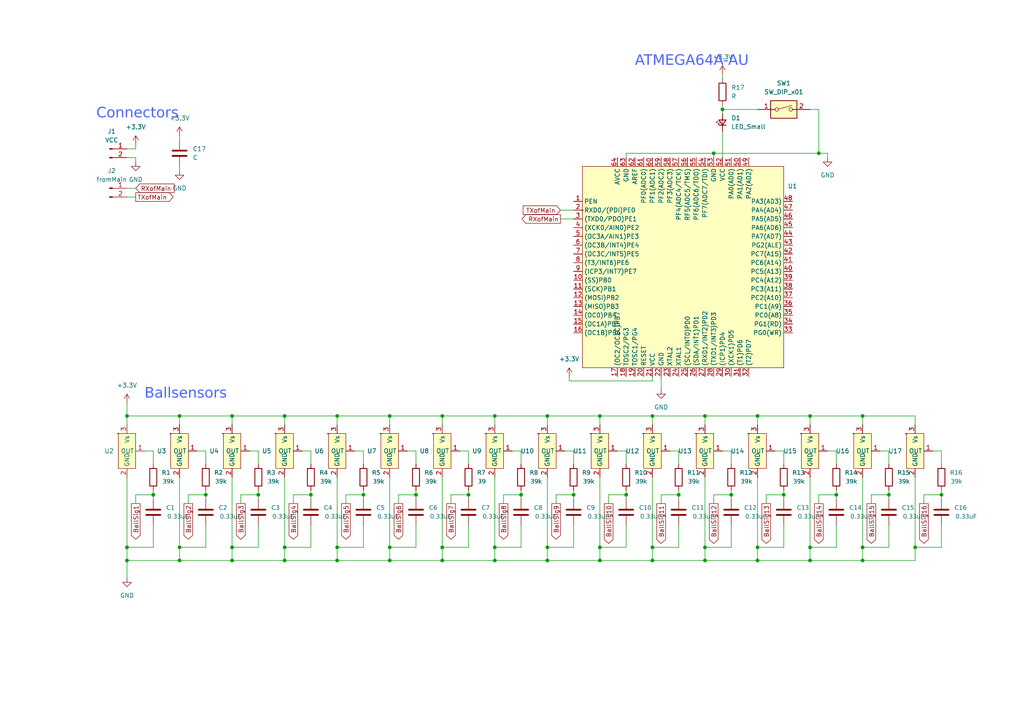
<source format=kicad_sch>
(kicad_sch (version 20230121) (generator eeschema)

  (uuid 090c96ff-fb62-48cc-a55b-c5fb1fb7f60a)

  (paper "A4")

  (lib_symbols
    (symbol "@admixSymbols:ATMEGA64A-AU" (in_bom yes) (on_board yes)
      (property "Reference" "U" (at 0 0 0)
        (effects (font (size 1.27 1.27)))
      )
      (property "Value" "" (at -30.48 15.24 0)
        (effects (font (size 1.27 1.27)))
      )
      (property "Footprint" "" (at -30.48 15.24 0)
        (effects (font (size 1.27 1.27)) hide)
      )
      (property "Datasheet" "" (at -30.48 15.24 0)
        (effects (font (size 1.27 1.27)) hide)
      )
      (symbol "ATMEGA64A-AU_1_1"
        (rectangle (start -30.48 27.94) (end 27.94 -30.48)
          (stroke (width 0) (type default))
          (fill (type background))
        )
        (pin passive line (at -33.02 17.78 0) (length 2.54)
          (name "PEN" (effects (font (size 1.27 1.27))))
          (number "1" (effects (font (size 1.27 1.27))))
        )
        (pin passive line (at -33.02 -5.08 0) (length 2.54)
          (name "(SS)PB0" (effects (font (size 1.27 1.27))))
          (number "10" (effects (font (size 1.27 1.27))))
        )
        (pin passive line (at -33.02 -7.62 0) (length 2.54)
          (name "(SCK)PB1" (effects (font (size 1.27 1.27))))
          (number "11" (effects (font (size 1.27 1.27))))
        )
        (pin passive line (at -33.02 -10.16 0) (length 2.54)
          (name "(MOSI)PB2" (effects (font (size 1.27 1.27))))
          (number "12" (effects (font (size 1.27 1.27))))
        )
        (pin passive line (at -33.02 -12.7 0) (length 2.54)
          (name "(MISO)PB3" (effects (font (size 1.27 1.27))))
          (number "13" (effects (font (size 1.27 1.27))))
        )
        (pin passive line (at -33.02 -15.24 0) (length 2.54)
          (name "(OC0)PB4" (effects (font (size 1.27 1.27))))
          (number "14" (effects (font (size 1.27 1.27))))
        )
        (pin passive line (at -33.02 -17.78 0) (length 2.54)
          (name "(OC1A)PB5" (effects (font (size 1.27 1.27))))
          (number "15" (effects (font (size 1.27 1.27))))
        )
        (pin passive line (at -33.02 -20.32 0) (length 2.54)
          (name "(OC1B)PB6" (effects (font (size 1.27 1.27))))
          (number "16" (effects (font (size 1.27 1.27))))
        )
        (pin passive line (at -20.32 -33.02 90) (length 2.54)
          (name "(OC2/OC1C)PB7" (effects (font (size 1.27 1.27))))
          (number "17" (effects (font (size 1.27 1.27))))
        )
        (pin passive line (at -17.78 -33.02 90) (length 2.54)
          (name "TOSC2/PG3" (effects (font (size 1.27 1.27))))
          (number "18" (effects (font (size 1.27 1.27))))
        )
        (pin passive line (at -15.24 -33.02 90) (length 2.54)
          (name "TOSC1/PG4" (effects (font (size 1.27 1.27))))
          (number "19" (effects (font (size 1.27 1.27))))
        )
        (pin passive line (at -33.02 15.24 0) (length 2.54)
          (name "RXD0/(PDI)PE0" (effects (font (size 1.27 1.27))))
          (number "2" (effects (font (size 1.27 1.27))))
        )
        (pin passive line (at -12.7 -33.02 90) (length 2.54)
          (name "RESET" (effects (font (size 1.27 1.27))))
          (number "20" (effects (font (size 1.27 1.27))))
        )
        (pin passive line (at -10.16 -33.02 90) (length 2.54)
          (name "VCC" (effects (font (size 1.27 1.27))))
          (number "21" (effects (font (size 1.27 1.27))))
        )
        (pin passive line (at -7.62 -33.02 90) (length 2.54)
          (name "GND" (effects (font (size 1.27 1.27))))
          (number "22" (effects (font (size 1.27 1.27))))
        )
        (pin passive line (at -5.08 -33.02 90) (length 2.54)
          (name "XTAL2" (effects (font (size 1.27 1.27))))
          (number "23" (effects (font (size 1.27 1.27))))
        )
        (pin passive line (at -2.54 -33.02 90) (length 2.54)
          (name "XTAL1" (effects (font (size 1.27 1.27))))
          (number "24" (effects (font (size 1.27 1.27))))
        )
        (pin passive line (at 0 -33.02 90) (length 2.54)
          (name "(SCL/INT0)PD0" (effects (font (size 1.27 1.27))))
          (number "25" (effects (font (size 1.27 1.27))))
        )
        (pin passive line (at 2.54 -33.02 90) (length 2.54)
          (name "(SDA/INT1)PD1" (effects (font (size 1.27 1.27))))
          (number "26" (effects (font (size 1.27 1.27))))
        )
        (pin passive line (at 5.08 -33.02 90) (length 2.54)
          (name "(RXD1/INT2)PD2" (effects (font (size 1.27 1.27))))
          (number "27" (effects (font (size 1.27 1.27))))
        )
        (pin passive line (at 7.62 -33.02 90) (length 2.54)
          (name "(TXD1/INT3)PD3" (effects (font (size 1.27 1.27))))
          (number "28" (effects (font (size 1.27 1.27))))
        )
        (pin passive line (at 10.16 -33.02 90) (length 2.54)
          (name "(ICP1)PD4" (effects (font (size 1.27 1.27))))
          (number "29" (effects (font (size 1.27 1.27))))
        )
        (pin passive line (at -33.02 12.7 0) (length 2.54)
          (name "(TXD0/PDO)PE1" (effects (font (size 1.27 1.27))))
          (number "3" (effects (font (size 1.27 1.27))))
        )
        (pin passive line (at 12.7 -33.02 90) (length 2.54)
          (name "(XCK1)PD5" (effects (font (size 1.27 1.27))))
          (number "30" (effects (font (size 1.27 1.27))))
        )
        (pin passive line (at 15.24 -33.02 90) (length 2.54)
          (name "(T1)PD6" (effects (font (size 1.27 1.27))))
          (number "31" (effects (font (size 1.27 1.27))))
        )
        (pin passive line (at 17.78 -33.02 90) (length 2.54)
          (name "(T2)PD7" (effects (font (size 1.27 1.27))))
          (number "32" (effects (font (size 1.27 1.27))))
        )
        (pin passive line (at 30.48 -20.32 180) (length 2.54)
          (name "PG0(WR)" (effects (font (size 1.27 1.27))))
          (number "33" (effects (font (size 1.27 1.27))))
        )
        (pin passive line (at 30.48 -17.78 180) (length 2.54)
          (name "PG1(RD)" (effects (font (size 1.27 1.27))))
          (number "34" (effects (font (size 1.27 1.27))))
        )
        (pin passive line (at 30.48 -15.24 180) (length 2.54)
          (name "PC0(A8)" (effects (font (size 1.27 1.27))))
          (number "35" (effects (font (size 1.27 1.27))))
        )
        (pin passive line (at 30.48 -12.7 180) (length 2.54)
          (name "PC1(A9)" (effects (font (size 1.27 1.27))))
          (number "36" (effects (font (size 1.27 1.27))))
        )
        (pin passive line (at 30.48 -10.16 180) (length 2.54)
          (name "PC2(A10)" (effects (font (size 1.27 1.27))))
          (number "37" (effects (font (size 1.27 1.27))))
        )
        (pin passive line (at 30.48 -7.62 180) (length 2.54)
          (name "PC3(A11)" (effects (font (size 1.27 1.27))))
          (number "38" (effects (font (size 1.27 1.27))))
        )
        (pin passive line (at 30.48 -5.08 180) (length 2.54)
          (name "PC4(A12)" (effects (font (size 1.27 1.27))))
          (number "39" (effects (font (size 1.27 1.27))))
        )
        (pin passive line (at -33.02 10.16 0) (length 2.54)
          (name "(XCK0/AIN0)PE2" (effects (font (size 1.27 1.27))))
          (number "4" (effects (font (size 1.27 1.27))))
        )
        (pin passive line (at 30.48 -2.54 180) (length 2.54)
          (name "PC5(A13)" (effects (font (size 1.27 1.27))))
          (number "40" (effects (font (size 1.27 1.27))))
        )
        (pin passive line (at 30.48 0 180) (length 2.54)
          (name "PC6(A14)" (effects (font (size 1.27 1.27))))
          (number "41" (effects (font (size 1.27 1.27))))
        )
        (pin passive line (at 30.48 2.54 180) (length 2.54)
          (name "PC7(A15)" (effects (font (size 1.27 1.27))))
          (number "42" (effects (font (size 1.27 1.27))))
        )
        (pin passive line (at 30.48 5.08 180) (length 2.54)
          (name "PG2(ALE)" (effects (font (size 1.27 1.27))))
          (number "43" (effects (font (size 1.27 1.27))))
        )
        (pin passive line (at 30.48 7.62 180) (length 2.54)
          (name "PA7(AD7)" (effects (font (size 1.27 1.27))))
          (number "44" (effects (font (size 1.27 1.27))))
        )
        (pin passive line (at 30.48 10.16 180) (length 2.54)
          (name "PA6(AD6)" (effects (font (size 1.27 1.27))))
          (number "45" (effects (font (size 1.27 1.27))))
        )
        (pin passive line (at 30.48 12.7 180) (length 2.54)
          (name "PA5(AD5)" (effects (font (size 1.27 1.27))))
          (number "46" (effects (font (size 1.27 1.27))))
        )
        (pin passive line (at 30.48 15.24 180) (length 2.54)
          (name "PA4(AD4)" (effects (font (size 1.27 1.27))))
          (number "47" (effects (font (size 1.27 1.27))))
        )
        (pin passive line (at 30.48 17.78 180) (length 2.54)
          (name "PA3(AD3)" (effects (font (size 1.27 1.27))))
          (number "48" (effects (font (size 1.27 1.27))))
        )
        (pin passive line (at 17.78 30.48 270) (length 2.54)
          (name "PA2(AD2)" (effects (font (size 1.27 1.27))))
          (number "49" (effects (font (size 1.27 1.27))))
        )
        (pin passive line (at -33.02 7.62 0) (length 2.54)
          (name "(OC3A/AIN1)PE3" (effects (font (size 1.27 1.27))))
          (number "5" (effects (font (size 1.27 1.27))))
        )
        (pin passive line (at 15.24 30.48 270) (length 2.54)
          (name "PA1(AD1)" (effects (font (size 1.27 1.27))))
          (number "50" (effects (font (size 1.27 1.27))))
        )
        (pin passive line (at 12.7 30.48 270) (length 2.54)
          (name "PA0(AD0)" (effects (font (size 1.27 1.27))))
          (number "51" (effects (font (size 1.27 1.27))))
        )
        (pin passive line (at 10.16 30.48 270) (length 2.54)
          (name "VCC" (effects (font (size 1.27 1.27))))
          (number "52" (effects (font (size 1.27 1.27))))
        )
        (pin passive line (at 7.62 30.48 270) (length 2.54)
          (name "GND" (effects (font (size 1.27 1.27))))
          (number "53" (effects (font (size 1.27 1.27))))
        )
        (pin passive line (at 5.08 30.48 270) (length 2.54)
          (name "PF7(ADC7/TDI)" (effects (font (size 1.27 1.27))))
          (number "54" (effects (font (size 1.27 1.27))))
        )
        (pin passive line (at 2.54 30.48 270) (length 2.54)
          (name "PF6(ADC6/TDO)" (effects (font (size 1.27 1.27))))
          (number "55" (effects (font (size 1.27 1.27))))
        )
        (pin passive line (at 0 30.48 270) (length 2.54)
          (name "RF5(ADC5/TMS)" (effects (font (size 1.27 1.27))))
          (number "56" (effects (font (size 1.27 1.27))))
        )
        (pin passive line (at -2.54 30.48 270) (length 2.54)
          (name "PF4(ADC4/TCK)" (effects (font (size 1.27 1.27))))
          (number "57" (effects (font (size 1.27 1.27))))
        )
        (pin passive line (at -5.08 30.48 270) (length 2.54)
          (name "PF3(ADC3)" (effects (font (size 1.27 1.27))))
          (number "58" (effects (font (size 1.27 1.27))))
        )
        (pin passive line (at -7.62 30.48 270) (length 2.54)
          (name "PF2(ADC2)" (effects (font (size 1.27 1.27))))
          (number "59" (effects (font (size 1.27 1.27))))
        )
        (pin passive line (at -33.02 5.08 0) (length 2.54)
          (name "(OC3B/INT4)PE4" (effects (font (size 1.27 1.27))))
          (number "6" (effects (font (size 1.27 1.27))))
        )
        (pin passive line (at -10.16 30.48 270) (length 2.54)
          (name "PF1(ADC1)" (effects (font (size 1.27 1.27))))
          (number "60" (effects (font (size 1.27 1.27))))
        )
        (pin passive line (at -12.7 30.48 270) (length 2.54)
          (name "PF0(ADC0)" (effects (font (size 1.27 1.27))))
          (number "61" (effects (font (size 1.27 1.27))))
        )
        (pin passive line (at -15.24 30.48 270) (length 2.54)
          (name "AREF" (effects (font (size 1.27 1.27))))
          (number "62" (effects (font (size 1.27 1.27))))
        )
        (pin passive line (at -17.78 30.48 270) (length 2.54)
          (name "GND" (effects (font (size 1.27 1.27))))
          (number "63" (effects (font (size 1.27 1.27))))
        )
        (pin passive line (at -20.32 30.48 270) (length 2.54)
          (name "AVCC" (effects (font (size 1.27 1.27))))
          (number "64" (effects (font (size 1.27 1.27))))
        )
        (pin passive line (at -33.02 2.54 0) (length 2.54)
          (name "(OC3C/INT5)PE5" (effects (font (size 1.27 1.27))))
          (number "7" (effects (font (size 1.27 1.27))))
        )
        (pin passive line (at -33.02 0 0) (length 2.54)
          (name "(T3/INT6)PE6" (effects (font (size 1.27 1.27))))
          (number "8" (effects (font (size 1.27 1.27))))
        )
        (pin passive line (at -33.02 -2.54 0) (length 2.54)
          (name "(ICP3/INT7)PE7" (effects (font (size 1.27 1.27))))
          (number "9" (effects (font (size 1.27 1.27))))
        )
      )
    )
    (symbol "@admixSymbols:TSSP58038" (in_bom yes) (on_board yes)
      (property "Reference" "U" (at -2.54 0 0)
        (effects (font (size 1.27 1.27)))
      )
      (property "Value" "" (at -2.54 5.08 0)
        (effects (font (size 1.27 1.27)))
      )
      (property "Footprint" "" (at -2.54 5.08 0)
        (effects (font (size 1.27 1.27)) hide)
      )
      (property "Datasheet" "" (at -2.54 5.08 0)
        (effects (font (size 1.27 1.27)) hide)
      )
      (symbol "TSSP58038_1_1"
        (rectangle (start -2.54 5.08) (end 2.54 -5.08)
          (stroke (width 0) (type default))
          (fill (type background))
        )
        (pin passive line (at 5.08 0 180) (length 2.54)
          (name "OUT" (effects (font (size 1.27 1.27))))
          (number "1" (effects (font (size 1.27 1.27))))
        )
        (pin passive line (at 0 -7.62 90) (length 2.54)
          (name "GND" (effects (font (size 1.27 1.27))))
          (number "2" (effects (font (size 1.27 1.27))))
        )
        (pin passive line (at 0 7.62 270) (length 2.54)
          (name "Vs" (effects (font (size 1.27 1.27))))
          (number "3" (effects (font (size 1.27 1.27))))
        )
      )
    )
    (symbol "Connector:Conn_01x02_Pin" (pin_names (offset 1.016) hide) (in_bom yes) (on_board yes)
      (property "Reference" "J" (at 0 2.54 0)
        (effects (font (size 1.27 1.27)))
      )
      (property "Value" "Conn_01x02_Pin" (at 0 -5.08 0)
        (effects (font (size 1.27 1.27)))
      )
      (property "Footprint" "" (at 0 0 0)
        (effects (font (size 1.27 1.27)) hide)
      )
      (property "Datasheet" "~" (at 0 0 0)
        (effects (font (size 1.27 1.27)) hide)
      )
      (property "ki_locked" "" (at 0 0 0)
        (effects (font (size 1.27 1.27)))
      )
      (property "ki_keywords" "connector" (at 0 0 0)
        (effects (font (size 1.27 1.27)) hide)
      )
      (property "ki_description" "Generic connector, single row, 01x02, script generated" (at 0 0 0)
        (effects (font (size 1.27 1.27)) hide)
      )
      (property "ki_fp_filters" "Connector*:*_1x??_*" (at 0 0 0)
        (effects (font (size 1.27 1.27)) hide)
      )
      (symbol "Conn_01x02_Pin_1_1"
        (polyline
          (pts
            (xy 1.27 -2.54)
            (xy 0.8636 -2.54)
          )
          (stroke (width 0.1524) (type default))
          (fill (type none))
        )
        (polyline
          (pts
            (xy 1.27 0)
            (xy 0.8636 0)
          )
          (stroke (width 0.1524) (type default))
          (fill (type none))
        )
        (rectangle (start 0.8636 -2.413) (end 0 -2.667)
          (stroke (width 0.1524) (type default))
          (fill (type outline))
        )
        (rectangle (start 0.8636 0.127) (end 0 -0.127)
          (stroke (width 0.1524) (type default))
          (fill (type outline))
        )
        (pin passive line (at 5.08 0 180) (length 3.81)
          (name "Pin_1" (effects (font (size 1.27 1.27))))
          (number "1" (effects (font (size 1.27 1.27))))
        )
        (pin passive line (at 5.08 -2.54 180) (length 3.81)
          (name "Pin_2" (effects (font (size 1.27 1.27))))
          (number "2" (effects (font (size 1.27 1.27))))
        )
      )
    )
    (symbol "Device:C" (pin_numbers hide) (pin_names (offset 0.254)) (in_bom yes) (on_board yes)
      (property "Reference" "C" (at 0.635 2.54 0)
        (effects (font (size 1.27 1.27)) (justify left))
      )
      (property "Value" "C" (at 0.635 -2.54 0)
        (effects (font (size 1.27 1.27)) (justify left))
      )
      (property "Footprint" "" (at 0.9652 -3.81 0)
        (effects (font (size 1.27 1.27)) hide)
      )
      (property "Datasheet" "~" (at 0 0 0)
        (effects (font (size 1.27 1.27)) hide)
      )
      (property "ki_keywords" "cap capacitor" (at 0 0 0)
        (effects (font (size 1.27 1.27)) hide)
      )
      (property "ki_description" "Unpolarized capacitor" (at 0 0 0)
        (effects (font (size 1.27 1.27)) hide)
      )
      (property "ki_fp_filters" "C_*" (at 0 0 0)
        (effects (font (size 1.27 1.27)) hide)
      )
      (symbol "C_0_1"
        (polyline
          (pts
            (xy -2.032 -0.762)
            (xy 2.032 -0.762)
          )
          (stroke (width 0.508) (type default))
          (fill (type none))
        )
        (polyline
          (pts
            (xy -2.032 0.762)
            (xy 2.032 0.762)
          )
          (stroke (width 0.508) (type default))
          (fill (type none))
        )
      )
      (symbol "C_1_1"
        (pin passive line (at 0 3.81 270) (length 2.794)
          (name "~" (effects (font (size 1.27 1.27))))
          (number "1" (effects (font (size 1.27 1.27))))
        )
        (pin passive line (at 0 -3.81 90) (length 2.794)
          (name "~" (effects (font (size 1.27 1.27))))
          (number "2" (effects (font (size 1.27 1.27))))
        )
      )
    )
    (symbol "Device:LED_Small" (pin_numbers hide) (pin_names (offset 0.254) hide) (in_bom yes) (on_board yes)
      (property "Reference" "D" (at -1.27 3.175 0)
        (effects (font (size 1.27 1.27)) (justify left))
      )
      (property "Value" "LED_Small" (at -4.445 -2.54 0)
        (effects (font (size 1.27 1.27)) (justify left))
      )
      (property "Footprint" "" (at 0 0 90)
        (effects (font (size 1.27 1.27)) hide)
      )
      (property "Datasheet" "~" (at 0 0 90)
        (effects (font (size 1.27 1.27)) hide)
      )
      (property "ki_keywords" "LED diode light-emitting-diode" (at 0 0 0)
        (effects (font (size 1.27 1.27)) hide)
      )
      (property "ki_description" "Light emitting diode, small symbol" (at 0 0 0)
        (effects (font (size 1.27 1.27)) hide)
      )
      (property "ki_fp_filters" "LED* LED_SMD:* LED_THT:*" (at 0 0 0)
        (effects (font (size 1.27 1.27)) hide)
      )
      (symbol "LED_Small_0_1"
        (polyline
          (pts
            (xy -0.762 -1.016)
            (xy -0.762 1.016)
          )
          (stroke (width 0.254) (type default))
          (fill (type none))
        )
        (polyline
          (pts
            (xy 1.016 0)
            (xy -0.762 0)
          )
          (stroke (width 0) (type default))
          (fill (type none))
        )
        (polyline
          (pts
            (xy 0.762 -1.016)
            (xy -0.762 0)
            (xy 0.762 1.016)
            (xy 0.762 -1.016)
          )
          (stroke (width 0.254) (type default))
          (fill (type none))
        )
        (polyline
          (pts
            (xy 0 0.762)
            (xy -0.508 1.27)
            (xy -0.254 1.27)
            (xy -0.508 1.27)
            (xy -0.508 1.016)
          )
          (stroke (width 0) (type default))
          (fill (type none))
        )
        (polyline
          (pts
            (xy 0.508 1.27)
            (xy 0 1.778)
            (xy 0.254 1.778)
            (xy 0 1.778)
            (xy 0 1.524)
          )
          (stroke (width 0) (type default))
          (fill (type none))
        )
      )
      (symbol "LED_Small_1_1"
        (pin passive line (at -2.54 0 0) (length 1.778)
          (name "K" (effects (font (size 1.27 1.27))))
          (number "1" (effects (font (size 1.27 1.27))))
        )
        (pin passive line (at 2.54 0 180) (length 1.778)
          (name "A" (effects (font (size 1.27 1.27))))
          (number "2" (effects (font (size 1.27 1.27))))
        )
      )
    )
    (symbol "Device:R" (pin_numbers hide) (pin_names (offset 0)) (in_bom yes) (on_board yes)
      (property "Reference" "R" (at 2.032 0 90)
        (effects (font (size 1.27 1.27)))
      )
      (property "Value" "R" (at 0 0 90)
        (effects (font (size 1.27 1.27)))
      )
      (property "Footprint" "" (at -1.778 0 90)
        (effects (font (size 1.27 1.27)) hide)
      )
      (property "Datasheet" "~" (at 0 0 0)
        (effects (font (size 1.27 1.27)) hide)
      )
      (property "ki_keywords" "R res resistor" (at 0 0 0)
        (effects (font (size 1.27 1.27)) hide)
      )
      (property "ki_description" "Resistor" (at 0 0 0)
        (effects (font (size 1.27 1.27)) hide)
      )
      (property "ki_fp_filters" "R_*" (at 0 0 0)
        (effects (font (size 1.27 1.27)) hide)
      )
      (symbol "R_0_1"
        (rectangle (start -1.016 -2.54) (end 1.016 2.54)
          (stroke (width 0.254) (type default))
          (fill (type none))
        )
      )
      (symbol "R_1_1"
        (pin passive line (at 0 3.81 270) (length 1.27)
          (name "~" (effects (font (size 1.27 1.27))))
          (number "1" (effects (font (size 1.27 1.27))))
        )
        (pin passive line (at 0 -3.81 90) (length 1.27)
          (name "~" (effects (font (size 1.27 1.27))))
          (number "2" (effects (font (size 1.27 1.27))))
        )
      )
    )
    (symbol "Switch:SW_DIP_x01" (pin_names (offset 0) hide) (in_bom yes) (on_board yes)
      (property "Reference" "SW" (at 0 3.81 0)
        (effects (font (size 1.27 1.27)))
      )
      (property "Value" "SW_DIP_x01" (at 0 -3.81 0)
        (effects (font (size 1.27 1.27)))
      )
      (property "Footprint" "" (at 0 0 0)
        (effects (font (size 1.27 1.27)) hide)
      )
      (property "Datasheet" "~" (at 0 0 0)
        (effects (font (size 1.27 1.27)) hide)
      )
      (property "ki_keywords" "dip switch" (at 0 0 0)
        (effects (font (size 1.27 1.27)) hide)
      )
      (property "ki_description" "1x DIP Switch, Single Pole Single Throw (SPST) switch, small symbol" (at 0 0 0)
        (effects (font (size 1.27 1.27)) hide)
      )
      (property "ki_fp_filters" "SW?DIP?x1*" (at 0 0 0)
        (effects (font (size 1.27 1.27)) hide)
      )
      (symbol "SW_DIP_x01_0_0"
        (circle (center -2.032 0) (radius 0.508)
          (stroke (width 0) (type default))
          (fill (type none))
        )
        (polyline
          (pts
            (xy -1.524 0.127)
            (xy 2.3622 1.1684)
          )
          (stroke (width 0) (type default))
          (fill (type none))
        )
        (circle (center 2.032 0) (radius 0.508)
          (stroke (width 0) (type default))
          (fill (type none))
        )
      )
      (symbol "SW_DIP_x01_0_1"
        (rectangle (start -3.81 2.54) (end 3.81 -2.54)
          (stroke (width 0.254) (type default))
          (fill (type background))
        )
      )
      (symbol "SW_DIP_x01_1_1"
        (pin passive line (at -7.62 0 0) (length 5.08)
          (name "~" (effects (font (size 1.27 1.27))))
          (number "1" (effects (font (size 1.27 1.27))))
        )
        (pin passive line (at 7.62 0 180) (length 5.08)
          (name "~" (effects (font (size 1.27 1.27))))
          (number "2" (effects (font (size 1.27 1.27))))
        )
      )
    )
    (symbol "power:+3.3V" (power) (pin_names (offset 0)) (in_bom yes) (on_board yes)
      (property "Reference" "#PWR" (at 0 -3.81 0)
        (effects (font (size 1.27 1.27)) hide)
      )
      (property "Value" "+3.3V" (at 0 3.556 0)
        (effects (font (size 1.27 1.27)))
      )
      (property "Footprint" "" (at 0 0 0)
        (effects (font (size 1.27 1.27)) hide)
      )
      (property "Datasheet" "" (at 0 0 0)
        (effects (font (size 1.27 1.27)) hide)
      )
      (property "ki_keywords" "global power" (at 0 0 0)
        (effects (font (size 1.27 1.27)) hide)
      )
      (property "ki_description" "Power symbol creates a global label with name \"+3.3V\"" (at 0 0 0)
        (effects (font (size 1.27 1.27)) hide)
      )
      (symbol "+3.3V_0_1"
        (polyline
          (pts
            (xy -0.762 1.27)
            (xy 0 2.54)
          )
          (stroke (width 0) (type default))
          (fill (type none))
        )
        (polyline
          (pts
            (xy 0 0)
            (xy 0 2.54)
          )
          (stroke (width 0) (type default))
          (fill (type none))
        )
        (polyline
          (pts
            (xy 0 2.54)
            (xy 0.762 1.27)
          )
          (stroke (width 0) (type default))
          (fill (type none))
        )
      )
      (symbol "+3.3V_1_1"
        (pin power_in line (at 0 0 90) (length 0) hide
          (name "+3.3V" (effects (font (size 1.27 1.27))))
          (number "1" (effects (font (size 1.27 1.27))))
        )
      )
    )
    (symbol "power:GND" (power) (pin_names (offset 0)) (in_bom yes) (on_board yes)
      (property "Reference" "#PWR" (at 0 -6.35 0)
        (effects (font (size 1.27 1.27)) hide)
      )
      (property "Value" "GND" (at 0 -3.81 0)
        (effects (font (size 1.27 1.27)))
      )
      (property "Footprint" "" (at 0 0 0)
        (effects (font (size 1.27 1.27)) hide)
      )
      (property "Datasheet" "" (at 0 0 0)
        (effects (font (size 1.27 1.27)) hide)
      )
      (property "ki_keywords" "global power" (at 0 0 0)
        (effects (font (size 1.27 1.27)) hide)
      )
      (property "ki_description" "Power symbol creates a global label with name \"GND\" , ground" (at 0 0 0)
        (effects (font (size 1.27 1.27)) hide)
      )
      (symbol "GND_0_1"
        (polyline
          (pts
            (xy 0 0)
            (xy 0 -1.27)
            (xy 1.27 -1.27)
            (xy 0 -2.54)
            (xy -1.27 -1.27)
            (xy 0 -1.27)
          )
          (stroke (width 0) (type default))
          (fill (type none))
        )
      )
      (symbol "GND_1_1"
        (pin power_in line (at 0 0 270) (length 0) hide
          (name "GND" (effects (font (size 1.27 1.27))))
          (number "1" (effects (font (size 1.27 1.27))))
        )
      )
    )
  )

  (junction (at 82.55 158.75) (diameter 0) (color 0 0 0 0)
    (uuid 009e2652-9fd7-4391-8b2c-01cc5dd92d3f)
  )
  (junction (at 52.07 158.75) (diameter 0) (color 0 0 0 0)
    (uuid 04a55b38-65d0-4205-9da8-b81a72005e56)
  )
  (junction (at 90.17 143.51) (diameter 0) (color 0 0 0 0)
    (uuid 06cba962-4364-4f85-8516-e1aa42290ed7)
  )
  (junction (at 143.51 162.56) (diameter 0) (color 0 0 0 0)
    (uuid 08e04f6a-cfe5-4330-92fb-b8f6695cda7b)
  )
  (junction (at 181.61 143.51) (diameter 0) (color 0 0 0 0)
    (uuid 0b8cda79-d3de-47d3-bbdc-a040437fdd0d)
  )
  (junction (at 97.79 158.75) (diameter 0) (color 0 0 0 0)
    (uuid 14bc330e-24a9-4007-a81b-f5d7a40843d2)
  )
  (junction (at 250.19 162.56) (diameter 0) (color 0 0 0 0)
    (uuid 1b77b13d-7764-429a-8c5c-84481d8a87ff)
  )
  (junction (at 143.51 158.75) (diameter 0) (color 0 0 0 0)
    (uuid 1e4109c1-b535-4ed8-bfd0-191227666369)
  )
  (junction (at 234.95 120.65) (diameter 0) (color 0 0 0 0)
    (uuid 1f5eca9e-9df4-4973-b9a6-982e461001cd)
  )
  (junction (at 67.31 120.65) (diameter 0) (color 0 0 0 0)
    (uuid 2cd09899-cd51-4857-9747-476357cd444e)
  )
  (junction (at 219.71 158.75) (diameter 0) (color 0 0 0 0)
    (uuid 2da5f40b-0bbf-4aae-88bd-df2adc8f5289)
  )
  (junction (at 113.03 158.75) (diameter 0) (color 0 0 0 0)
    (uuid 2f41190e-d14a-4325-a6c6-19cebb9c2312)
  )
  (junction (at 166.37 143.51) (diameter 0) (color 0 0 0 0)
    (uuid 357e7ac7-ab60-4394-b2af-1f3ae9d0e4db)
  )
  (junction (at 273.05 143.51) (diameter 0) (color 0 0 0 0)
    (uuid 3f2fc269-274a-4d19-b943-ea276cc3c791)
  )
  (junction (at 204.47 120.65) (diameter 0) (color 0 0 0 0)
    (uuid 43267581-75a8-4306-9be3-c9885919bd71)
  )
  (junction (at 158.75 158.75) (diameter 0) (color 0 0 0 0)
    (uuid 4826d30d-efcf-417b-acd4-348f778ecba9)
  )
  (junction (at 237.49 44.45) (diameter 0) (color 0 0 0 0)
    (uuid 4fbee962-37b7-42de-9c18-95d6a75add78)
  )
  (junction (at 257.81 143.51) (diameter 0) (color 0 0 0 0)
    (uuid 58b7f5fb-2f4d-4477-9725-a18b837c62ee)
  )
  (junction (at 36.83 162.56) (diameter 0) (color 0 0 0 0)
    (uuid 5b49368e-cf77-43c7-b754-08c22183275c)
  )
  (junction (at 128.27 158.75) (diameter 0) (color 0 0 0 0)
    (uuid 5e8d7051-5dd5-426c-91ad-1c98dabbc3cb)
  )
  (junction (at 158.75 120.65) (diameter 0) (color 0 0 0 0)
    (uuid 62188dda-3f73-4233-a6fb-4f248c71b885)
  )
  (junction (at 143.51 120.65) (diameter 0) (color 0 0 0 0)
    (uuid 635fa6cd-a528-4fec-9f28-1fa31f1c25af)
  )
  (junction (at 173.99 120.65) (diameter 0) (color 0 0 0 0)
    (uuid 66f18297-303e-4a8f-bac1-3487ce5f0f8b)
  )
  (junction (at 52.07 120.65) (diameter 0) (color 0 0 0 0)
    (uuid 6805c041-cdb9-4eeb-a5bb-74456b07a376)
  )
  (junction (at 227.33 143.51) (diameter 0) (color 0 0 0 0)
    (uuid 6d87d766-8d37-424f-8369-7708ffacdff2)
  )
  (junction (at 97.79 120.65) (diameter 0) (color 0 0 0 0)
    (uuid 6df3893c-7c86-42cf-95e7-e7575e48d7ab)
  )
  (junction (at 173.99 162.56) (diameter 0) (color 0 0 0 0)
    (uuid 7ccd5c68-8cc4-4703-bf42-c8e14d682fca)
  )
  (junction (at 209.55 31.75) (diameter 0) (color 0 0 0 0)
    (uuid 7f3742f5-a1db-4c58-b555-3f4911dc95a9)
  )
  (junction (at 97.79 162.56) (diameter 0) (color 0 0 0 0)
    (uuid 8114a76b-b843-4048-83d8-2e8eb7a723d7)
  )
  (junction (at 120.65 143.51) (diameter 0) (color 0 0 0 0)
    (uuid 81e56ae3-9b83-4f6d-acd5-6c295b11ac6b)
  )
  (junction (at 204.47 162.56) (diameter 0) (color 0 0 0 0)
    (uuid 8369f037-949b-47a2-a794-3bc1c2a0e412)
  )
  (junction (at 135.89 143.51) (diameter 0) (color 0 0 0 0)
    (uuid 8a3757a4-6fc2-453b-b1a2-afbd8d47fa72)
  )
  (junction (at 242.57 143.51) (diameter 0) (color 0 0 0 0)
    (uuid 8b8bdef2-3b1d-497f-83c2-f8db348f0ef8)
  )
  (junction (at 173.99 158.75) (diameter 0) (color 0 0 0 0)
    (uuid 8f0a38d7-90f7-4238-8df8-9b3902e0ea51)
  )
  (junction (at 82.55 120.65) (diameter 0) (color 0 0 0 0)
    (uuid 8fa79000-6cdb-4a96-b928-0d31f6257425)
  )
  (junction (at 67.31 158.75) (diameter 0) (color 0 0 0 0)
    (uuid 94aad68e-a0db-4ce5-9731-c6fb8a224142)
  )
  (junction (at 74.93 143.51) (diameter 0) (color 0 0 0 0)
    (uuid 9bb32796-10fa-4685-a9af-5ed226109dda)
  )
  (junction (at 105.41 143.51) (diameter 0) (color 0 0 0 0)
    (uuid 9f0f40df-4c1d-4020-ab86-3df438682d16)
  )
  (junction (at 52.07 162.56) (diameter 0) (color 0 0 0 0)
    (uuid 9f30f315-a607-49c9-a8ac-57c4f21927a9)
  )
  (junction (at 189.23 162.56) (diameter 0) (color 0 0 0 0)
    (uuid 9fa3af87-91f9-478c-aa5f-d4c62114a56f)
  )
  (junction (at 207.01 44.45) (diameter 0) (color 0 0 0 0)
    (uuid a034decb-663b-474b-b9d8-c7bd4ce4c7c2)
  )
  (junction (at 189.23 158.75) (diameter 0) (color 0 0 0 0)
    (uuid a49a206e-9153-4b7b-8776-139a58ed6a8a)
  )
  (junction (at 113.03 120.65) (diameter 0) (color 0 0 0 0)
    (uuid a57dee76-8bb5-4dfa-a8d8-ac7a365a689d)
  )
  (junction (at 59.69 143.51) (diameter 0) (color 0 0 0 0)
    (uuid aafbb3c3-be3e-40ca-a5aa-718ceeb211c5)
  )
  (junction (at 250.19 120.65) (diameter 0) (color 0 0 0 0)
    (uuid b2ff234d-0702-4b97-a801-7404c1dfa27c)
  )
  (junction (at 36.83 158.75) (diameter 0) (color 0 0 0 0)
    (uuid b66c5e74-bfdb-4906-984f-b4738e3123ec)
  )
  (junction (at 128.27 120.65) (diameter 0) (color 0 0 0 0)
    (uuid bead58ff-da3e-4f56-856a-c7a31881141a)
  )
  (junction (at 212.09 143.51) (diameter 0) (color 0 0 0 0)
    (uuid c04558f2-5e35-46e4-9cb6-78004f0d74ba)
  )
  (junction (at 113.03 162.56) (diameter 0) (color 0 0 0 0)
    (uuid c3bd990d-a0b9-4d5a-980c-748e6b1f7cd6)
  )
  (junction (at 204.47 158.75) (diameter 0) (color 0 0 0 0)
    (uuid c4f543cd-c51a-458f-b8e2-761fe02e38b3)
  )
  (junction (at 234.95 162.56) (diameter 0) (color 0 0 0 0)
    (uuid c6d63c88-1ad4-48d5-b019-f24c3c70e760)
  )
  (junction (at 128.27 162.56) (diameter 0) (color 0 0 0 0)
    (uuid c7cf500f-2e76-4c79-ab87-34047194e354)
  )
  (junction (at 234.95 158.75) (diameter 0) (color 0 0 0 0)
    (uuid cabef062-67d5-40b6-8370-5dd18e016827)
  )
  (junction (at 36.83 120.65) (diameter 0) (color 0 0 0 0)
    (uuid ce3ad1d5-53d0-4c32-a71e-8c3c3c5a77bc)
  )
  (junction (at 250.19 158.75) (diameter 0) (color 0 0 0 0)
    (uuid ce87aba4-86db-4e36-ac37-79318430f714)
  )
  (junction (at 44.45 143.51) (diameter 0) (color 0 0 0 0)
    (uuid d4e5877b-64a0-442f-af08-a694be909c0d)
  )
  (junction (at 67.31 162.56) (diameter 0) (color 0 0 0 0)
    (uuid dd62a383-38e8-42d3-a235-ec6f46f9c832)
  )
  (junction (at 158.75 162.56) (diameter 0) (color 0 0 0 0)
    (uuid e0aef870-bb51-4035-aea7-dd290ba0d225)
  )
  (junction (at 151.13 143.51) (diameter 0) (color 0 0 0 0)
    (uuid f3acf01a-cb4a-4b7f-8fe5-343a2d2bb9d0)
  )
  (junction (at 189.23 120.65) (diameter 0) (color 0 0 0 0)
    (uuid f4f048d4-90f4-4ebc-9b24-821feaa0a03b)
  )
  (junction (at 82.55 162.56) (diameter 0) (color 0 0 0 0)
    (uuid f58d436b-320a-4bac-8594-8e308f327e8e)
  )
  (junction (at 265.43 158.75) (diameter 0) (color 0 0 0 0)
    (uuid f773f9ed-9bab-47ef-b175-2572fb57499b)
  )
  (junction (at 219.71 120.65) (diameter 0) (color 0 0 0 0)
    (uuid f7b62ed9-5d2b-471e-8d68-cd93f5dd9c80)
  )
  (junction (at 219.71 162.56) (diameter 0) (color 0 0 0 0)
    (uuid f88637ac-eb34-40b8-8a3f-5eed67a983a1)
  )
  (junction (at 196.85 143.51) (diameter 0) (color 0 0 0 0)
    (uuid fbab6a1e-c99e-4db9-8e14-37aa572a4619)
  )

  (wire (pts (xy 146.05 146.05) (xy 146.05 143.51))
    (stroke (width 0) (type default))
    (uuid 032031cf-895c-43d0-854b-a6007ce7523a)
  )
  (wire (pts (xy 240.03 45.72) (xy 240.03 44.45))
    (stroke (width 0) (type default))
    (uuid 036bc3fa-32b3-4bdf-ab2a-1e49b7ef4926)
  )
  (wire (pts (xy 204.47 158.75) (xy 204.47 162.56))
    (stroke (width 0) (type default))
    (uuid 037cf2a6-fe36-402a-a66c-c211ec13dc6f)
  )
  (wire (pts (xy 265.43 138.43) (xy 265.43 158.75))
    (stroke (width 0) (type default))
    (uuid 038c49b3-bf53-424a-ade7-c582824083d7)
  )
  (wire (pts (xy 242.57 130.81) (xy 242.57 134.62))
    (stroke (width 0) (type default))
    (uuid 04facf63-eee7-4de2-9338-46232ba2a52c)
  )
  (wire (pts (xy 82.55 158.75) (xy 82.55 162.56))
    (stroke (width 0) (type default))
    (uuid 0543148a-e4ac-45f0-9fae-c616bfee8bb4)
  )
  (wire (pts (xy 166.37 130.81) (xy 166.37 134.62))
    (stroke (width 0) (type default))
    (uuid 0559094b-b9e8-40f2-b9a1-f28fb8c51075)
  )
  (wire (pts (xy 237.49 44.45) (xy 240.03 44.45))
    (stroke (width 0) (type default))
    (uuid 061d3538-4e1f-4aa8-913d-84c3681f1061)
  )
  (wire (pts (xy 234.95 31.75) (xy 237.49 31.75))
    (stroke (width 0) (type default))
    (uuid 06de647f-32b3-49f1-bdc3-1b0872e2105c)
  )
  (wire (pts (xy 219.71 158.75) (xy 219.71 162.56))
    (stroke (width 0) (type default))
    (uuid 0ae066d2-bc66-4ae1-acab-224049395a27)
  )
  (wire (pts (xy 173.99 138.43) (xy 173.99 158.75))
    (stroke (width 0) (type default))
    (uuid 0f2a9381-637e-44a6-9607-5abdfa309288)
  )
  (wire (pts (xy 105.41 158.75) (xy 97.79 158.75))
    (stroke (width 0) (type default))
    (uuid 10b60492-dfc6-489b-a3ed-a704d022834c)
  )
  (wire (pts (xy 74.93 130.81) (xy 74.93 134.62))
    (stroke (width 0) (type default))
    (uuid 1189f9bb-4482-4705-998d-ade9ba986a39)
  )
  (wire (pts (xy 219.71 162.56) (xy 234.95 162.56))
    (stroke (width 0) (type default))
    (uuid 15c63344-ac8b-487c-a090-2d31434142b5)
  )
  (wire (pts (xy 67.31 158.75) (xy 67.31 162.56))
    (stroke (width 0) (type default))
    (uuid 190f8e97-b7b6-4410-8a87-5937a89f51cf)
  )
  (wire (pts (xy 209.55 31.75) (xy 219.71 31.75))
    (stroke (width 0) (type default))
    (uuid 195b2709-983f-4c38-8274-9a02568242e9)
  )
  (wire (pts (xy 39.37 146.05) (xy 39.37 143.51))
    (stroke (width 0) (type default))
    (uuid 1a2f01b3-a012-44a6-b561-9efbb2f852a0)
  )
  (wire (pts (xy 227.33 142.24) (xy 227.33 143.51))
    (stroke (width 0) (type default))
    (uuid 1ad00245-afe8-4c10-8c83-414cdf65983b)
  )
  (wire (pts (xy 273.05 152.4) (xy 273.05 158.75))
    (stroke (width 0) (type default))
    (uuid 1c4c2088-b2ae-4c6f-b90b-65cd53c6251e)
  )
  (wire (pts (xy 209.55 38.1) (xy 209.55 45.72))
    (stroke (width 0) (type default))
    (uuid 1e9ccfc6-c107-41dd-8537-37c1b000a4ef)
  )
  (wire (pts (xy 74.93 143.51) (xy 74.93 144.78))
    (stroke (width 0) (type default))
    (uuid 1f9e1610-5624-4e56-b9be-914eef84795b)
  )
  (wire (pts (xy 59.69 158.75) (xy 52.07 158.75))
    (stroke (width 0) (type default))
    (uuid 1fd20ef2-0143-4dbb-9d27-986fbbc0c683)
  )
  (wire (pts (xy 90.17 143.51) (xy 90.17 144.78))
    (stroke (width 0) (type default))
    (uuid 2002c34c-7c48-4f87-8346-31608cae8319)
  )
  (wire (pts (xy 44.45 130.81) (xy 44.45 134.62))
    (stroke (width 0) (type default))
    (uuid 203df6eb-390c-4f20-a6a4-5fcf7cea8608)
  )
  (wire (pts (xy 222.25 146.05) (xy 222.25 143.51))
    (stroke (width 0) (type default))
    (uuid 21094ec0-3487-4b06-a7b3-a4f19599dcd3)
  )
  (wire (pts (xy 54.61 146.05) (xy 54.61 143.51))
    (stroke (width 0) (type default))
    (uuid 21989087-955f-4373-a756-323c97ca4551)
  )
  (wire (pts (xy 173.99 120.65) (xy 158.75 120.65))
    (stroke (width 0) (type default))
    (uuid 21a83217-e4e6-4b20-af7f-a8c867ca4ccb)
  )
  (wire (pts (xy 97.79 120.65) (xy 82.55 120.65))
    (stroke (width 0) (type default))
    (uuid 22c5b027-6302-4bd6-bfd9-4b7e3be8aa0e)
  )
  (wire (pts (xy 69.85 143.51) (xy 74.93 143.51))
    (stroke (width 0) (type default))
    (uuid 23837143-db30-45b8-a92d-2992dfb4b0d2)
  )
  (wire (pts (xy 36.83 116.84) (xy 36.83 120.65))
    (stroke (width 0) (type default))
    (uuid 2600a67f-6971-4157-8f10-e422ba3fce57)
  )
  (wire (pts (xy 166.37 142.24) (xy 166.37 143.51))
    (stroke (width 0) (type default))
    (uuid 2821443f-a77c-4971-a0f0-d5973a3dbc1b)
  )
  (wire (pts (xy 162.56 60.96) (xy 166.37 60.96))
    (stroke (width 0) (type default))
    (uuid 287e1ad5-eebe-429d-92f4-1ec1b1709a2b)
  )
  (wire (pts (xy 173.99 162.56) (xy 189.23 162.56))
    (stroke (width 0) (type default))
    (uuid 2a40b6c2-df63-4565-bb5e-15491c337ea9)
  )
  (wire (pts (xy 128.27 138.43) (xy 128.27 158.75))
    (stroke (width 0) (type default))
    (uuid 2b40f020-78af-4526-a18c-6331772c5c5b)
  )
  (wire (pts (xy 74.93 152.4) (xy 74.93 158.75))
    (stroke (width 0) (type default))
    (uuid 2bcc581d-4ab8-4b90-a99d-6ce8aa6d4a09)
  )
  (wire (pts (xy 204.47 120.65) (xy 219.71 120.65))
    (stroke (width 0) (type default))
    (uuid 2c1f3fac-7f9b-461e-92e6-713476945134)
  )
  (wire (pts (xy 67.31 138.43) (xy 67.31 158.75))
    (stroke (width 0) (type default))
    (uuid 2e3f320c-8df4-4c50-88e8-48fa04d8ba23)
  )
  (wire (pts (xy 252.73 146.05) (xy 252.73 143.51))
    (stroke (width 0) (type default))
    (uuid 30a03da1-3255-4aee-9cb7-64007a3ab23f)
  )
  (wire (pts (xy 85.09 143.51) (xy 90.17 143.51))
    (stroke (width 0) (type default))
    (uuid 31e82345-0783-44f5-aea1-4ddf1ed04c74)
  )
  (wire (pts (xy 189.23 158.75) (xy 189.23 162.56))
    (stroke (width 0) (type default))
    (uuid 3347700b-cdd5-4bee-8cc6-4fb34e556d7c)
  )
  (wire (pts (xy 194.31 130.81) (xy 196.85 130.81))
    (stroke (width 0) (type default))
    (uuid 3583b039-e3d6-458d-9c76-7f6e2f4b5d5a)
  )
  (wire (pts (xy 234.95 123.19) (xy 234.95 120.65))
    (stroke (width 0) (type default))
    (uuid 39635269-4643-4640-ac94-e6f81e5e22c7)
  )
  (wire (pts (xy 105.41 142.24) (xy 105.41 143.51))
    (stroke (width 0) (type default))
    (uuid 39df9845-1901-4dd1-b968-f45c87f49024)
  )
  (wire (pts (xy 59.69 130.81) (xy 59.69 134.62))
    (stroke (width 0) (type default))
    (uuid 3d7a28a4-a75c-4083-a34e-1f6a45d74673)
  )
  (wire (pts (xy 105.41 152.4) (xy 105.41 158.75))
    (stroke (width 0) (type default))
    (uuid 3df753a3-efc7-4c74-af94-21b1c6961192)
  )
  (wire (pts (xy 105.41 130.81) (xy 105.41 134.62))
    (stroke (width 0) (type default))
    (uuid 3e452247-6f14-4c93-b251-4a8558899a92)
  )
  (wire (pts (xy 196.85 130.81) (xy 196.85 134.62))
    (stroke (width 0) (type default))
    (uuid 3f2868cf-73db-4495-9f0e-a86b09289130)
  )
  (wire (pts (xy 128.27 120.65) (xy 113.03 120.65))
    (stroke (width 0) (type default))
    (uuid 3fc6e98c-f74d-4a9c-aff4-487aa9e768dc)
  )
  (wire (pts (xy 240.03 130.81) (xy 242.57 130.81))
    (stroke (width 0) (type default))
    (uuid 40997521-3f23-4abb-9b72-ba456f09862b)
  )
  (wire (pts (xy 191.77 143.51) (xy 196.85 143.51))
    (stroke (width 0) (type default))
    (uuid 412b6bcb-2f9d-438c-9af8-334273312153)
  )
  (wire (pts (xy 135.89 143.51) (xy 135.89 144.78))
    (stroke (width 0) (type default))
    (uuid 437ee638-5910-4ec0-901e-d30ca761fa3a)
  )
  (wire (pts (xy 44.45 152.4) (xy 44.45 158.75))
    (stroke (width 0) (type default))
    (uuid 4498e1a5-1549-4e71-b25c-1be363e44ab8)
  )
  (wire (pts (xy 181.61 130.81) (xy 181.61 134.62))
    (stroke (width 0) (type default))
    (uuid 463e000e-9ac5-46ee-b1dc-88bc05157f28)
  )
  (wire (pts (xy 52.07 138.43) (xy 52.07 158.75))
    (stroke (width 0) (type default))
    (uuid 476f661c-3a81-45c6-b2a2-f7ecabd136c5)
  )
  (wire (pts (xy 143.51 120.65) (xy 128.27 120.65))
    (stroke (width 0) (type default))
    (uuid 47f61fb8-7aff-4d79-9946-72ece0bd0c7e)
  )
  (wire (pts (xy 87.63 130.81) (xy 90.17 130.81))
    (stroke (width 0) (type default))
    (uuid 48199437-687a-4296-bd53-e99dc537459c)
  )
  (wire (pts (xy 227.33 158.75) (xy 219.71 158.75))
    (stroke (width 0) (type default))
    (uuid 481f012a-e051-4793-b451-2d3608e9a8a7)
  )
  (wire (pts (xy 257.81 152.4) (xy 257.81 158.75))
    (stroke (width 0) (type default))
    (uuid 4b1248d3-1962-4c1a-be92-964c72b1a8c7)
  )
  (wire (pts (xy 74.93 142.24) (xy 74.93 143.51))
    (stroke (width 0) (type default))
    (uuid 4e2840e8-fc92-4987-8dcd-90538e247527)
  )
  (wire (pts (xy 204.47 162.56) (xy 219.71 162.56))
    (stroke (width 0) (type default))
    (uuid 4fafcfa0-88da-4a56-84b3-088cd50740a6)
  )
  (wire (pts (xy 250.19 120.65) (xy 234.95 120.65))
    (stroke (width 0) (type default))
    (uuid 5419f21f-c9ae-4f68-a81f-d60f2609ae47)
  )
  (wire (pts (xy 257.81 130.81) (xy 257.81 134.62))
    (stroke (width 0) (type default))
    (uuid 56278345-9c02-4437-aafb-0fbfb5f6635e)
  )
  (wire (pts (xy 181.61 44.45) (xy 207.01 44.45))
    (stroke (width 0) (type default))
    (uuid 5798c907-fbb9-47ba-bf5f-84a239759c49)
  )
  (wire (pts (xy 69.85 146.05) (xy 69.85 143.51))
    (stroke (width 0) (type default))
    (uuid 57c63698-fbf9-4542-866f-8696021d666d)
  )
  (wire (pts (xy 212.09 158.75) (xy 204.47 158.75))
    (stroke (width 0) (type default))
    (uuid 5934ef26-52bf-44aa-aab5-1a620d1aa17b)
  )
  (wire (pts (xy 252.73 143.51) (xy 257.81 143.51))
    (stroke (width 0) (type default))
    (uuid 5cea8b35-91fc-47cd-92be-529127307ec9)
  )
  (wire (pts (xy 196.85 152.4) (xy 196.85 158.75))
    (stroke (width 0) (type default))
    (uuid 5d2c38c3-02b4-4a72-82df-5c09b62406ea)
  )
  (wire (pts (xy 118.11 130.81) (xy 120.65 130.81))
    (stroke (width 0) (type default))
    (uuid 5d43ce6f-e408-4519-bfb3-ea905cef3f96)
  )
  (wire (pts (xy 250.19 158.75) (xy 250.19 162.56))
    (stroke (width 0) (type default))
    (uuid 608202cc-ca2d-4501-97d5-94c0a4b5800b)
  )
  (wire (pts (xy 57.15 130.81) (xy 59.69 130.81))
    (stroke (width 0) (type default))
    (uuid 60dd76d3-c987-4af1-9e84-c8ff1790e67c)
  )
  (wire (pts (xy 100.33 146.05) (xy 100.33 143.51))
    (stroke (width 0) (type default))
    (uuid 617de5be-ddfe-40e7-99c0-862e212a6845)
  )
  (wire (pts (xy 257.81 143.51) (xy 257.81 144.78))
    (stroke (width 0) (type default))
    (uuid 6501398b-7cde-4a47-891c-8a19810658b3)
  )
  (wire (pts (xy 273.05 158.75) (xy 265.43 158.75))
    (stroke (width 0) (type default))
    (uuid 67337cff-d2cf-4f2a-b0c4-7d8c8f9a7695)
  )
  (wire (pts (xy 120.65 158.75) (xy 113.03 158.75))
    (stroke (width 0) (type default))
    (uuid 674fa6ab-1a1c-4f3e-bb17-5222fcd94325)
  )
  (wire (pts (xy 52.07 123.19) (xy 52.07 120.65))
    (stroke (width 0) (type default))
    (uuid 6754395b-a517-4cc6-a522-e4ea77266a47)
  )
  (wire (pts (xy 135.89 142.24) (xy 135.89 143.51))
    (stroke (width 0) (type default))
    (uuid 67e695c1-43e6-461a-9a39-c8f58ed1e04d)
  )
  (wire (pts (xy 36.83 138.43) (xy 36.83 158.75))
    (stroke (width 0) (type default))
    (uuid 69a79af5-0c64-4c11-9003-333fadaaabb8)
  )
  (wire (pts (xy 242.57 152.4) (xy 242.57 158.75))
    (stroke (width 0) (type default))
    (uuid 6ac72347-ec07-4dbe-977c-d4c1b461f4f6)
  )
  (wire (pts (xy 219.71 138.43) (xy 219.71 158.75))
    (stroke (width 0) (type default))
    (uuid 6be9bc03-908e-41a4-be08-be47f74f1db9)
  )
  (wire (pts (xy 219.71 123.19) (xy 219.71 120.65))
    (stroke (width 0) (type default))
    (uuid 6d8206c1-5a1b-4356-b1f7-dbedaba5fc54)
  )
  (wire (pts (xy 151.13 158.75) (xy 143.51 158.75))
    (stroke (width 0) (type default))
    (uuid 6e624902-5341-4ccc-be71-b3c114a0388e)
  )
  (wire (pts (xy 158.75 158.75) (xy 158.75 162.56))
    (stroke (width 0) (type default))
    (uuid 6fc36710-acb5-4c68-a771-5a516f656c0a)
  )
  (wire (pts (xy 212.09 143.51) (xy 212.09 144.78))
    (stroke (width 0) (type default))
    (uuid 71f8d374-ed0c-49d9-8621-33d82bd5ee92)
  )
  (wire (pts (xy 44.45 143.51) (xy 44.45 144.78))
    (stroke (width 0) (type default))
    (uuid 724cfd4f-ebd4-4bcf-ac31-bcf5b63051b5)
  )
  (wire (pts (xy 36.83 158.75) (xy 36.83 162.56))
    (stroke (width 0) (type default))
    (uuid 72f5581b-1cf5-47f3-8d36-f1da9bbf9994)
  )
  (wire (pts (xy 135.89 158.75) (xy 128.27 158.75))
    (stroke (width 0) (type default))
    (uuid 7331ad71-e988-4891-983b-17dbd6f6855f)
  )
  (wire (pts (xy 265.43 158.75) (xy 265.43 162.56))
    (stroke (width 0) (type default))
    (uuid 73a0b5d5-70b5-4960-8c06-0e1a039699ce)
  )
  (wire (pts (xy 165.1 110.49) (xy 189.23 110.49))
    (stroke (width 0) (type default))
    (uuid 76bfea56-699a-4314-8861-4dce02511f91)
  )
  (wire (pts (xy 135.89 152.4) (xy 135.89 158.75))
    (stroke (width 0) (type default))
    (uuid 776b0ab4-770a-49a6-b188-f2aa320bfd0c)
  )
  (wire (pts (xy 176.53 146.05) (xy 176.53 143.51))
    (stroke (width 0) (type default))
    (uuid 79e3feff-d516-46d3-8e5b-9af1ad3720a6)
  )
  (wire (pts (xy 161.29 143.51) (xy 166.37 143.51))
    (stroke (width 0) (type default))
    (uuid 7c6b4347-cf55-4655-9ec8-9e6052e46c2c)
  )
  (wire (pts (xy 36.83 162.56) (xy 36.83 167.64))
    (stroke (width 0) (type default))
    (uuid 7cc43587-b06b-4956-ae26-6494e8328f0b)
  )
  (wire (pts (xy 189.23 123.19) (xy 189.23 120.65))
    (stroke (width 0) (type default))
    (uuid 7d2d4f22-a2bd-472d-b4fa-d3e96c9a1b9b)
  )
  (wire (pts (xy 128.27 158.75) (xy 128.27 162.56))
    (stroke (width 0) (type default))
    (uuid 7ddef520-947b-4770-88ad-c49abf101207)
  )
  (wire (pts (xy 36.83 43.18) (xy 39.37 43.18))
    (stroke (width 0) (type default))
    (uuid 7de68101-e149-4e02-82ca-5f9e0f51a883)
  )
  (wire (pts (xy 44.45 158.75) (xy 36.83 158.75))
    (stroke (width 0) (type default))
    (uuid 7df3fbdf-67cd-42bf-9874-daeafd507901)
  )
  (wire (pts (xy 143.51 162.56) (xy 158.75 162.56))
    (stroke (width 0) (type default))
    (uuid 803a4ec3-ce5a-46fb-bf85-00e03ff0a59d)
  )
  (wire (pts (xy 82.55 120.65) (xy 67.31 120.65))
    (stroke (width 0) (type default))
    (uuid 819514a3-9cd9-4749-9f8e-8c99e7534491)
  )
  (wire (pts (xy 130.81 143.51) (xy 135.89 143.51))
    (stroke (width 0) (type default))
    (uuid 84c6dc09-5066-468b-85ca-3f01dd465a95)
  )
  (wire (pts (xy 105.41 143.51) (xy 105.41 144.78))
    (stroke (width 0) (type default))
    (uuid 8558065a-f70f-469f-b488-bb91ea37f9c3)
  )
  (wire (pts (xy 143.51 158.75) (xy 143.51 162.56))
    (stroke (width 0) (type default))
    (uuid 861a22d2-4076-41ea-be67-40c87ec30ad8)
  )
  (wire (pts (xy 255.27 130.81) (xy 257.81 130.81))
    (stroke (width 0) (type default))
    (uuid 86f3b6c1-e0cd-405e-932f-29dc61749a3a)
  )
  (wire (pts (xy 146.05 143.51) (xy 151.13 143.51))
    (stroke (width 0) (type default))
    (uuid 8832143a-1ba2-43e2-b483-7654e7c468e1)
  )
  (wire (pts (xy 120.65 142.24) (xy 120.65 143.51))
    (stroke (width 0) (type default))
    (uuid 88a1ead6-71cd-4b79-a875-98d318178f80)
  )
  (wire (pts (xy 128.27 123.19) (xy 128.27 120.65))
    (stroke (width 0) (type default))
    (uuid 895b1e89-553e-48b3-b617-e93eb38c0157)
  )
  (wire (pts (xy 189.23 162.56) (xy 204.47 162.56))
    (stroke (width 0) (type default))
    (uuid 89b2460e-705c-4c34-90c4-b14be4e815fb)
  )
  (wire (pts (xy 143.51 138.43) (xy 143.51 158.75))
    (stroke (width 0) (type default))
    (uuid 8b9d9287-7e5a-475a-a77b-c24218c06f3c)
  )
  (wire (pts (xy 52.07 48.26) (xy 52.07 49.53))
    (stroke (width 0) (type default))
    (uuid 8d9f8e91-d5e7-4911-b94b-430e07e83ead)
  )
  (wire (pts (xy 234.95 162.56) (xy 250.19 162.56))
    (stroke (width 0) (type default))
    (uuid 8f9d4635-658f-48de-890e-191f6e6b16ab)
  )
  (wire (pts (xy 36.83 120.65) (xy 36.83 123.19))
    (stroke (width 0) (type default))
    (uuid 90e29b14-7c5d-4b58-8a8c-153e3c7dfc72)
  )
  (wire (pts (xy 234.95 158.75) (xy 234.95 162.56))
    (stroke (width 0) (type default))
    (uuid 9202e0f6-f645-4d21-b4dd-742a2bf5439f)
  )
  (wire (pts (xy 113.03 138.43) (xy 113.03 158.75))
    (stroke (width 0) (type default))
    (uuid 92f938e0-98bc-4aae-9ec4-617ba59495ee)
  )
  (wire (pts (xy 196.85 143.51) (xy 196.85 144.78))
    (stroke (width 0) (type default))
    (uuid 93b54f18-141a-42ab-96f2-79e0929d6f8a)
  )
  (wire (pts (xy 120.65 130.81) (xy 120.65 134.62))
    (stroke (width 0) (type default))
    (uuid 96c05710-2e0a-4ebc-ba47-06caae7274eb)
  )
  (wire (pts (xy 82.55 162.56) (xy 97.79 162.56))
    (stroke (width 0) (type default))
    (uuid 97448deb-e447-43cd-95ac-e0467663d81b)
  )
  (wire (pts (xy 209.55 130.81) (xy 212.09 130.81))
    (stroke (width 0) (type default))
    (uuid 97573ba4-5187-48df-9399-cd009cba79a6)
  )
  (wire (pts (xy 44.45 142.24) (xy 44.45 143.51))
    (stroke (width 0) (type default))
    (uuid 98767bf8-89dc-44f9-845c-b314af3512ff)
  )
  (wire (pts (xy 36.83 45.72) (xy 39.37 45.72))
    (stroke (width 0) (type default))
    (uuid 98b26203-806f-4bb7-88c0-f4f1efc1138b)
  )
  (wire (pts (xy 267.97 143.51) (xy 273.05 143.51))
    (stroke (width 0) (type default))
    (uuid 99386521-6612-4bad-a7c9-3363ce00bfa3)
  )
  (wire (pts (xy 97.79 162.56) (xy 113.03 162.56))
    (stroke (width 0) (type default))
    (uuid 9a1ecc75-2b2b-47ef-94ad-56f11eadbc50)
  )
  (wire (pts (xy 158.75 123.19) (xy 158.75 120.65))
    (stroke (width 0) (type default))
    (uuid 9a368639-0591-4871-bbba-482bc430a92b)
  )
  (wire (pts (xy 207.01 45.72) (xy 207.01 44.45))
    (stroke (width 0) (type default))
    (uuid 9a474d6e-5dbf-4f28-aa9b-db9154fb9d7c)
  )
  (wire (pts (xy 196.85 142.24) (xy 196.85 143.51))
    (stroke (width 0) (type default))
    (uuid 9a860ca1-5cc4-42dd-b6bc-788ad72ddb75)
  )
  (wire (pts (xy 161.29 146.05) (xy 161.29 143.51))
    (stroke (width 0) (type default))
    (uuid 9aeb71b8-6796-4892-92a6-0bb671e62cba)
  )
  (wire (pts (xy 82.55 138.43) (xy 82.55 158.75))
    (stroke (width 0) (type default))
    (uuid 9b33511e-d342-4b16-8c39-1dd20627d24f)
  )
  (wire (pts (xy 97.79 158.75) (xy 97.79 162.56))
    (stroke (width 0) (type default))
    (uuid 9b450a3d-7691-42b9-ae26-28331ae23fcb)
  )
  (wire (pts (xy 219.71 120.65) (xy 234.95 120.65))
    (stroke (width 0) (type default))
    (uuid 9bc871ad-303e-4ef3-a49b-9d16e11187d3)
  )
  (wire (pts (xy 181.61 158.75) (xy 173.99 158.75))
    (stroke (width 0) (type default))
    (uuid 9eaa4179-e932-414e-9425-5f36efdcf6c0)
  )
  (wire (pts (xy 189.23 110.49) (xy 189.23 109.22))
    (stroke (width 0) (type default))
    (uuid 9fb9df5c-914c-4d0f-b97d-312e58639f13)
  )
  (wire (pts (xy 267.97 146.05) (xy 267.97 143.51))
    (stroke (width 0) (type default))
    (uuid a1128a44-efde-4634-af87-676c0dece051)
  )
  (wire (pts (xy 207.01 44.45) (xy 237.49 44.45))
    (stroke (width 0) (type default))
    (uuid a132f74e-cdd9-43c3-82ae-92d5d9ab9eeb)
  )
  (wire (pts (xy 237.49 146.05) (xy 237.49 143.51))
    (stroke (width 0) (type default))
    (uuid a19b4862-f48e-44d4-a115-87d12a801f6d)
  )
  (wire (pts (xy 273.05 143.51) (xy 273.05 144.78))
    (stroke (width 0) (type default))
    (uuid a2dca988-09d8-4118-84a6-e5865cf4fa83)
  )
  (wire (pts (xy 166.37 143.51) (xy 166.37 144.78))
    (stroke (width 0) (type default))
    (uuid a2e27d4a-03d8-4be8-ad51-a1e61c34669b)
  )
  (wire (pts (xy 209.55 31.75) (xy 209.55 33.02))
    (stroke (width 0) (type default))
    (uuid a3067d1a-85fd-4574-8df9-77bc04350226)
  )
  (wire (pts (xy 257.81 158.75) (xy 250.19 158.75))
    (stroke (width 0) (type default))
    (uuid a3660ff3-3e5f-42b5-8316-7bb7635f2278)
  )
  (wire (pts (xy 181.61 142.24) (xy 181.61 143.51))
    (stroke (width 0) (type default))
    (uuid a3767dbf-e628-4f63-b136-f1a688a7d9a3)
  )
  (wire (pts (xy 39.37 143.51) (xy 44.45 143.51))
    (stroke (width 0) (type default))
    (uuid a4041a4b-53fc-4bf3-8c12-ca49dbe464f7)
  )
  (wire (pts (xy 135.89 130.81) (xy 135.89 134.62))
    (stroke (width 0) (type default))
    (uuid a55e83a8-055c-4cd4-a7b3-8c49fbd6cda9)
  )
  (wire (pts (xy 143.51 123.19) (xy 143.51 120.65))
    (stroke (width 0) (type default))
    (uuid a60a6f4c-2c7c-4a23-ae3b-0c18d9da0278)
  )
  (wire (pts (xy 151.13 152.4) (xy 151.13 158.75))
    (stroke (width 0) (type default))
    (uuid a641cc54-df00-44b3-8054-9539c4c5cf84)
  )
  (wire (pts (xy 90.17 152.4) (xy 90.17 158.75))
    (stroke (width 0) (type default))
    (uuid a6e0d87b-b602-432e-8eaf-0df0c723a23c)
  )
  (wire (pts (xy 113.03 120.65) (xy 97.79 120.65))
    (stroke (width 0) (type default))
    (uuid a7245ea9-a3fd-4919-b4cc-a433423086b0)
  )
  (wire (pts (xy 151.13 143.51) (xy 151.13 144.78))
    (stroke (width 0) (type default))
    (uuid a8222758-001e-4b91-9b46-838830625a1b)
  )
  (wire (pts (xy 90.17 130.81) (xy 90.17 134.62))
    (stroke (width 0) (type default))
    (uuid ad41f4a1-86d4-44d0-b3b1-87862cd928c9)
  )
  (wire (pts (xy 222.25 143.51) (xy 227.33 143.51))
    (stroke (width 0) (type default))
    (uuid ad5928a8-7cc5-486a-8dc7-64e33db4d077)
  )
  (wire (pts (xy 148.59 130.81) (xy 151.13 130.81))
    (stroke (width 0) (type default))
    (uuid add85bc4-12ac-4d3e-8eaf-b727c20edd46)
  )
  (wire (pts (xy 67.31 162.56) (xy 82.55 162.56))
    (stroke (width 0) (type default))
    (uuid af0d5684-8b93-4782-ad12-88ef9b768dd2)
  )
  (wire (pts (xy 102.87 130.81) (xy 105.41 130.81))
    (stroke (width 0) (type default))
    (uuid b0ca965a-a8ae-4a92-a526-bc8c8356b0b7)
  )
  (wire (pts (xy 166.37 152.4) (xy 166.37 158.75))
    (stroke (width 0) (type default))
    (uuid b2286f74-d575-44f3-af44-5e3a96d11406)
  )
  (wire (pts (xy 133.35 130.81) (xy 135.89 130.81))
    (stroke (width 0) (type default))
    (uuid b22ec9e7-c8ae-4d8f-967d-1a6ed88067d4)
  )
  (wire (pts (xy 212.09 142.24) (xy 212.09 143.51))
    (stroke (width 0) (type default))
    (uuid b33cf407-7dd5-4899-91a0-cbda414de62d)
  )
  (wire (pts (xy 176.53 143.51) (xy 181.61 143.51))
    (stroke (width 0) (type default))
    (uuid b3651949-6357-4817-9a01-164a561f078a)
  )
  (wire (pts (xy 250.19 123.19) (xy 250.19 120.65))
    (stroke (width 0) (type default))
    (uuid b40f4a10-40f5-4cea-91b6-d538922354d0)
  )
  (wire (pts (xy 166.37 158.75) (xy 158.75 158.75))
    (stroke (width 0) (type default))
    (uuid b4e977e1-f0c5-404d-ad78-7b3935702be1)
  )
  (wire (pts (xy 163.83 130.81) (xy 166.37 130.81))
    (stroke (width 0) (type default))
    (uuid b64d44a5-e30d-4ca1-9450-1a9a8971ea43)
  )
  (wire (pts (xy 90.17 158.75) (xy 82.55 158.75))
    (stroke (width 0) (type default))
    (uuid b7726936-2055-4b7e-824c-233e5156fac2)
  )
  (wire (pts (xy 207.01 143.51) (xy 212.09 143.51))
    (stroke (width 0) (type default))
    (uuid b849a590-2821-441b-a6b4-92c7a744d66d)
  )
  (wire (pts (xy 67.31 123.19) (xy 67.31 120.65))
    (stroke (width 0) (type default))
    (uuid b8d130c3-d06c-4233-ac43-b40e5d7b5c5c)
  )
  (wire (pts (xy 151.13 142.24) (xy 151.13 143.51))
    (stroke (width 0) (type default))
    (uuid ba485b30-91ba-4d7c-9411-69b2986ce25e)
  )
  (wire (pts (xy 39.37 43.18) (xy 39.37 41.91))
    (stroke (width 0) (type default))
    (uuid ba57c0bd-8061-4e28-95c7-8ec1422d9797)
  )
  (wire (pts (xy 36.83 54.61) (xy 39.37 54.61))
    (stroke (width 0) (type default))
    (uuid bb142b7f-4f1e-41e6-9e7d-b5c225d498ca)
  )
  (wire (pts (xy 52.07 120.65) (xy 36.83 120.65))
    (stroke (width 0) (type default))
    (uuid bb9e83dc-3d7f-4405-8700-f51238b5680c)
  )
  (wire (pts (xy 237.49 143.51) (xy 242.57 143.51))
    (stroke (width 0) (type default))
    (uuid bc2cfad2-0435-4e11-95f5-fc66ffa635ff)
  )
  (wire (pts (xy 234.95 138.43) (xy 234.95 158.75))
    (stroke (width 0) (type default))
    (uuid bd86b95e-ce6d-4bed-acf6-e09f5e05aead)
  )
  (wire (pts (xy 165.1 109.22) (xy 165.1 110.49))
    (stroke (width 0) (type default))
    (uuid c209e4da-beee-4ad1-bf66-4618284775ad)
  )
  (wire (pts (xy 181.61 143.51) (xy 181.61 144.78))
    (stroke (width 0) (type default))
    (uuid c2874129-f40c-40ab-a878-98392bdbd97a)
  )
  (wire (pts (xy 120.65 152.4) (xy 120.65 158.75))
    (stroke (width 0) (type default))
    (uuid c3692506-002b-4073-a738-f23ade4494db)
  )
  (wire (pts (xy 181.61 45.72) (xy 181.61 44.45))
    (stroke (width 0) (type default))
    (uuid c4b5645b-f2d5-4c4f-8542-245cba31049b)
  )
  (wire (pts (xy 270.51 130.81) (xy 273.05 130.81))
    (stroke (width 0) (type default))
    (uuid c795e3e7-f2b8-498c-9282-e308c6770648)
  )
  (wire (pts (xy 237.49 31.75) (xy 237.49 44.45))
    (stroke (width 0) (type default))
    (uuid c8b09a93-a6f6-4939-b5a4-728b82f77eab)
  )
  (wire (pts (xy 120.65 143.51) (xy 120.65 144.78))
    (stroke (width 0) (type default))
    (uuid ca7cee76-8842-4767-a50d-f721452dbcf4)
  )
  (wire (pts (xy 100.33 143.51) (xy 105.41 143.51))
    (stroke (width 0) (type default))
    (uuid ca903fcb-6cba-4ea8-9550-01cc0e6c980d)
  )
  (wire (pts (xy 173.99 158.75) (xy 173.99 162.56))
    (stroke (width 0) (type default))
    (uuid cc4955c4-db02-4a2c-99d7-14e9e326af98)
  )
  (wire (pts (xy 209.55 30.48) (xy 209.55 31.75))
    (stroke (width 0) (type default))
    (uuid ccac199a-c839-48eb-b48a-2b6e2bb7f68d)
  )
  (wire (pts (xy 250.19 162.56) (xy 265.43 162.56))
    (stroke (width 0) (type default))
    (uuid cd4ea7ad-dbf2-4189-8e2a-b6acfd623250)
  )
  (wire (pts (xy 179.07 130.81) (xy 181.61 130.81))
    (stroke (width 0) (type default))
    (uuid cd6b9795-a87e-45f4-b1a6-6620b2c9c09b)
  )
  (wire (pts (xy 181.61 152.4) (xy 181.61 158.75))
    (stroke (width 0) (type default))
    (uuid d0bffeda-29a2-4267-9ccd-098ed6b6ee6f)
  )
  (wire (pts (xy 212.09 152.4) (xy 212.09 158.75))
    (stroke (width 0) (type default))
    (uuid d15fabc0-7306-4acf-84d7-ee08478cd395)
  )
  (wire (pts (xy 67.31 120.65) (xy 52.07 120.65))
    (stroke (width 0) (type default))
    (uuid d1c88ea8-1ed7-486c-aef4-0d7000cfb9c8)
  )
  (wire (pts (xy 39.37 45.72) (xy 39.37 46.99))
    (stroke (width 0) (type default))
    (uuid d1d2e516-3814-46a4-be86-c0faa343bdc4)
  )
  (wire (pts (xy 265.43 123.19) (xy 265.43 120.65))
    (stroke (width 0) (type default))
    (uuid d28b4cc6-b5b3-436c-9e6a-dc79b0133754)
  )
  (wire (pts (xy 41.91 130.81) (xy 44.45 130.81))
    (stroke (width 0) (type default))
    (uuid d5ba71ae-fe54-4d9d-bfca-588ea427706c)
  )
  (wire (pts (xy 97.79 123.19) (xy 97.79 120.65))
    (stroke (width 0) (type default))
    (uuid d6a3dfb2-76da-4fd6-96d7-1f665f2fe82f)
  )
  (wire (pts (xy 59.69 143.51) (xy 59.69 144.78))
    (stroke (width 0) (type default))
    (uuid d6ccc2d3-6039-4567-9cf2-1d929ef2326f)
  )
  (wire (pts (xy 189.23 120.65) (xy 173.99 120.65))
    (stroke (width 0) (type default))
    (uuid d8db0cd6-4e68-446d-a6be-0d32e5e7078c)
  )
  (wire (pts (xy 113.03 162.56) (xy 128.27 162.56))
    (stroke (width 0) (type default))
    (uuid d9ef75e8-017f-452a-81ae-876e71d280e0)
  )
  (wire (pts (xy 204.47 120.65) (xy 189.23 120.65))
    (stroke (width 0) (type default))
    (uuid da6c0ce0-ca76-4a06-84d6-2624361b4847)
  )
  (wire (pts (xy 113.03 158.75) (xy 113.03 162.56))
    (stroke (width 0) (type default))
    (uuid dab685e9-77f7-4dbf-a801-39468a9d1ce2)
  )
  (wire (pts (xy 158.75 120.65) (xy 143.51 120.65))
    (stroke (width 0) (type default))
    (uuid daf11975-3d86-47bd-ac69-918919a763bb)
  )
  (wire (pts (xy 130.81 146.05) (xy 130.81 143.51))
    (stroke (width 0) (type default))
    (uuid db82d621-bf40-49e5-96ff-278be4e1184e)
  )
  (wire (pts (xy 59.69 142.24) (xy 59.69 143.51))
    (stroke (width 0) (type default))
    (uuid dbd35511-0562-4faf-805d-fd7252773f4e)
  )
  (wire (pts (xy 85.09 146.05) (xy 85.09 143.51))
    (stroke (width 0) (type default))
    (uuid dc9b6fd3-7e58-4177-8afa-082d9a390671)
  )
  (wire (pts (xy 265.43 120.65) (xy 250.19 120.65))
    (stroke (width 0) (type default))
    (uuid df832080-0919-494a-83c2-3be33ab13be6)
  )
  (wire (pts (xy 227.33 130.81) (xy 227.33 134.62))
    (stroke (width 0) (type default))
    (uuid dfed35e7-ea5f-49f1-a06d-0e140b79cda4)
  )
  (wire (pts (xy 52.07 39.37) (xy 52.07 40.64))
    (stroke (width 0) (type default))
    (uuid e0e733d9-c809-4857-9791-bbbdee563ccd)
  )
  (wire (pts (xy 158.75 162.56) (xy 173.99 162.56))
    (stroke (width 0) (type default))
    (uuid e29da2df-192f-4d9e-b4dd-067899223349)
  )
  (wire (pts (xy 36.83 162.56) (xy 52.07 162.56))
    (stroke (width 0) (type default))
    (uuid e2def533-9e0f-4fb0-a422-327e1073610d)
  )
  (wire (pts (xy 191.77 109.22) (xy 191.77 113.03))
    (stroke (width 0) (type default))
    (uuid e30c5ce8-7b60-45ee-bef5-599bdda0f20b)
  )
  (wire (pts (xy 227.33 152.4) (xy 227.33 158.75))
    (stroke (width 0) (type default))
    (uuid e4defd3c-acd8-4e50-81f3-142061fdf0ac)
  )
  (wire (pts (xy 257.81 142.24) (xy 257.81 143.51))
    (stroke (width 0) (type default))
    (uuid e53ca0a3-38e1-4446-853f-147c0142ac84)
  )
  (wire (pts (xy 128.27 162.56) (xy 143.51 162.56))
    (stroke (width 0) (type default))
    (uuid e561264f-30f9-4903-8d2f-3f70f600863d)
  )
  (wire (pts (xy 97.79 138.43) (xy 97.79 158.75))
    (stroke (width 0) (type default))
    (uuid e5810f2b-768a-4552-ba8d-6677a5735891)
  )
  (wire (pts (xy 189.23 138.43) (xy 189.23 158.75))
    (stroke (width 0) (type default))
    (uuid e6da6099-57c8-4ce2-8cd3-bd6886260bed)
  )
  (wire (pts (xy 59.69 152.4) (xy 59.69 158.75))
    (stroke (width 0) (type default))
    (uuid e780bed3-9976-46a1-a108-5e2938923c79)
  )
  (wire (pts (xy 250.19 138.43) (xy 250.19 158.75))
    (stroke (width 0) (type default))
    (uuid e8ab7dac-85b6-499b-8ace-d55e6253045d)
  )
  (wire (pts (xy 242.57 142.24) (xy 242.57 143.51))
    (stroke (width 0) (type default))
    (uuid e98e6c67-d8fb-4375-bbae-796b6017e63e)
  )
  (wire (pts (xy 242.57 158.75) (xy 234.95 158.75))
    (stroke (width 0) (type default))
    (uuid ead58a58-9725-445c-b329-f8f93dccb4cd)
  )
  (wire (pts (xy 158.75 138.43) (xy 158.75 158.75))
    (stroke (width 0) (type default))
    (uuid eb99866a-a0df-41a7-b91a-eb4d24cedf15)
  )
  (wire (pts (xy 113.03 123.19) (xy 113.03 120.65))
    (stroke (width 0) (type default))
    (uuid ebdd0551-fb71-437f-8930-e84ea07aa80d)
  )
  (wire (pts (xy 90.17 142.24) (xy 90.17 143.51))
    (stroke (width 0) (type default))
    (uuid ec005a4f-5af8-43fb-876c-6ce254b6e965)
  )
  (wire (pts (xy 115.57 146.05) (xy 115.57 143.51))
    (stroke (width 0) (type default))
    (uuid ec57f070-e9c9-4829-8b53-6dbbe6367f8c)
  )
  (wire (pts (xy 52.07 162.56) (xy 67.31 162.56))
    (stroke (width 0) (type default))
    (uuid ec63f644-461b-42f2-b927-90b81e160993)
  )
  (wire (pts (xy 74.93 158.75) (xy 67.31 158.75))
    (stroke (width 0) (type default))
    (uuid ecaabc35-4fb1-4901-bb5b-bc850d281b17)
  )
  (wire (pts (xy 204.47 123.19) (xy 204.47 120.65))
    (stroke (width 0) (type default))
    (uuid ecf0a813-fb36-468f-952f-4068438c23bb)
  )
  (wire (pts (xy 273.05 142.24) (xy 273.05 143.51))
    (stroke (width 0) (type default))
    (uuid ed450493-e2a3-4fc3-9bc8-9f3eaafbbb00)
  )
  (wire (pts (xy 196.85 158.75) (xy 189.23 158.75))
    (stroke (width 0) (type default))
    (uuid ed870831-33e5-47ac-a15e-8d8b7c418c7c)
  )
  (wire (pts (xy 204.47 138.43) (xy 204.47 158.75))
    (stroke (width 0) (type default))
    (uuid edc88956-790f-49ff-904b-860581a7ed36)
  )
  (wire (pts (xy 162.56 63.5) (xy 166.37 63.5))
    (stroke (width 0) (type default))
    (uuid efb2908f-61cf-4f78-8fa5-9195ee372293)
  )
  (wire (pts (xy 191.77 146.05) (xy 191.77 143.51))
    (stroke (width 0) (type default))
    (uuid f01a25f8-951a-4fff-be27-c37eef175548)
  )
  (wire (pts (xy 52.07 158.75) (xy 52.07 162.56))
    (stroke (width 0) (type default))
    (uuid f049fec7-961c-405c-a45f-a729036b9eb1)
  )
  (wire (pts (xy 115.57 143.51) (xy 120.65 143.51))
    (stroke (width 0) (type default))
    (uuid f067febc-a70a-4002-a249-ebb210a939e5)
  )
  (wire (pts (xy 207.01 146.05) (xy 207.01 143.51))
    (stroke (width 0) (type default))
    (uuid f12582be-9152-4996-a8c8-3eb07105f1a6)
  )
  (wire (pts (xy 151.13 130.81) (xy 151.13 134.62))
    (stroke (width 0) (type default))
    (uuid f17558fd-e959-45d4-a6b5-ea4b28699f47)
  )
  (wire (pts (xy 212.09 130.81) (xy 212.09 134.62))
    (stroke (width 0) (type default))
    (uuid f249ae9c-0116-4da9-b9a5-60263936a50b)
  )
  (wire (pts (xy 173.99 123.19) (xy 173.99 120.65))
    (stroke (width 0) (type default))
    (uuid f3f5a403-ab6a-4172-89cf-c7c51fe7bdce)
  )
  (wire (pts (xy 224.79 130.81) (xy 227.33 130.81))
    (stroke (width 0) (type default))
    (uuid fc3658d2-9982-4080-877d-3a1df6e7bb6c)
  )
  (wire (pts (xy 273.05 130.81) (xy 273.05 134.62))
    (stroke (width 0) (type default))
    (uuid fc872730-4a41-4313-b856-4dae6536ebb0)
  )
  (wire (pts (xy 36.83 57.15) (xy 39.37 57.15))
    (stroke (width 0) (type default))
    (uuid fd315e70-8e23-4693-957b-73fc7e9b3c86)
  )
  (wire (pts (xy 209.55 21.59) (xy 209.55 22.86))
    (stroke (width 0) (type default))
    (uuid fdcf6262-b49b-4fb4-b388-efdae8ae0228)
  )
  (wire (pts (xy 72.39 130.81) (xy 74.93 130.81))
    (stroke (width 0) (type default))
    (uuid fdef77b8-1603-4e73-9b6d-38e18f2954f6)
  )
  (wire (pts (xy 82.55 123.19) (xy 82.55 120.65))
    (stroke (width 0) (type default))
    (uuid fe00b640-0be4-40f4-93a7-2e1d3a8aeaf6)
  )
  (wire (pts (xy 54.61 143.51) (xy 59.69 143.51))
    (stroke (width 0) (type default))
    (uuid fe4318f8-9eb7-457a-8244-2b2ec9ff9daa)
  )
  (wire (pts (xy 227.33 143.51) (xy 227.33 144.78))
    (stroke (width 0) (type default))
    (uuid ff5a4cfe-5b02-420a-9486-8d07c7a038cc)
  )
  (wire (pts (xy 242.57 143.51) (xy 242.57 144.78))
    (stroke (width 0) (type default))
    (uuid ffc6c408-19b7-4a50-8d4e-c796a7f5c56f)
  )

  (text "Connectors" (at 27.94 35.56 0)
    (effects (font (face "Comic Sans MS") (size 3 3) (color 74 100 255 1)) (justify left bottom))
    (uuid 1bb609cf-1331-40e9-9297-b39e1432b137)
  )
  (text "ATMEGA64A-AU" (at 184.15 20.32 0)
    (effects (font (face "Comic Sans MS") (size 3 3) (color 74 100 255 1)) (justify left bottom))
    (uuid 31a45baa-fe50-4a80-ac95-92d7f8077c55)
  )
  (text "Ballsensors" (at 41.91 116.84 0)
    (effects (font (face "Comic Sans MS") (size 3 3) (color 74 100 255 1)) (justify left bottom))
    (uuid b7a029a6-a0a1-4f66-b4ac-1173155e2488)
  )

  (global_label "TXofMain" (shape input) (at 162.56 60.96 180) (fields_autoplaced)
    (effects (font (size 1.27 1.27)) (justify right))
    (uuid 09ded5fb-ca71-42bd-8429-3a875c44a67e)
    (property "Intersheetrefs" "${INTERSHEET_REFS}" (at 152.8068 60.96 0)
      (effects (font (size 1.27 1.27)) (justify right) hide)
    )
  )
  (global_label "BallSig15" (shape output) (at 252.73 146.05 270) (fields_autoplaced)
    (effects (font (size 1.27 1.27)) (justify right))
    (uuid 1120a837-c147-4192-90c9-3d28dfa33805)
    (property "Intersheetrefs" "${INTERSHEET_REFS}" (at 252.73 158.0875 90)
      (effects (font (size 1.27 1.27)) (justify right) hide)
    )
  )
  (global_label "BallSig10" (shape output) (at 176.53 146.05 270) (fields_autoplaced)
    (effects (font (size 1.27 1.27)) (justify right))
    (uuid 2723ca7a-5cb4-4423-b90a-a7ce9503946f)
    (property "Intersheetrefs" "${INTERSHEET_REFS}" (at 176.53 158.0875 90)
      (effects (font (size 1.27 1.27)) (justify right) hide)
    )
  )
  (global_label "BallSig7" (shape output) (at 130.81 146.05 270) (fields_autoplaced)
    (effects (font (size 1.27 1.27)) (justify right))
    (uuid 28043b8d-79a5-49c1-bd96-2e18b5a70603)
    (property "Intersheetrefs" "${INTERSHEET_REFS}" (at 130.81 156.878 90)
      (effects (font (size 1.27 1.27)) (justify right) hide)
    )
  )
  (global_label "BallSig1" (shape output) (at 39.37 146.05 270) (fields_autoplaced)
    (effects (font (size 1.27 1.27)) (justify right))
    (uuid 3cdc2b6f-8a6f-4ca8-97e8-21215e3c0d97)
    (property "Intersheetrefs" "${INTERSHEET_REFS}" (at 39.37 156.878 90)
      (effects (font (size 1.27 1.27)) (justify right) hide)
    )
  )
  (global_label "BallSig5" (shape output) (at 100.33 146.05 270) (fields_autoplaced)
    (effects (font (size 1.27 1.27)) (justify right))
    (uuid 3f77d0bb-3bec-4c7b-9cda-91e98f47cd76)
    (property "Intersheetrefs" "${INTERSHEET_REFS}" (at 100.33 156.878 90)
      (effects (font (size 1.27 1.27)) (justify right) hide)
    )
  )
  (global_label "BallSig16" (shape output) (at 267.97 146.05 270) (fields_autoplaced)
    (effects (font (size 1.27 1.27)) (justify right))
    (uuid 5b464c28-5262-4b2b-9561-a092bae81e89)
    (property "Intersheetrefs" "${INTERSHEET_REFS}" (at 267.97 158.0875 90)
      (effects (font (size 1.27 1.27)) (justify right) hide)
    )
  )
  (global_label "BallSig13" (shape output) (at 222.25 146.05 270) (fields_autoplaced)
    (effects (font (size 1.27 1.27)) (justify right))
    (uuid 5d3b83b2-6558-4369-97dd-a7b24b8218e0)
    (property "Intersheetrefs" "${INTERSHEET_REFS}" (at 222.25 158.0875 90)
      (effects (font (size 1.27 1.27)) (justify right) hide)
    )
  )
  (global_label "TXofMain" (shape output) (at 39.37 57.15 0) (fields_autoplaced)
    (effects (font (size 1.27 1.27)) (justify left))
    (uuid 689cd4d1-f5d5-4f72-94fb-99e36686d569)
    (property "Intersheetrefs" "${INTERSHEET_REFS}" (at 49.1232 57.15 0)
      (effects (font (size 1.27 1.27)) (justify left) hide)
    )
  )
  (global_label "BallSig12" (shape output) (at 207.01 146.05 270) (fields_autoplaced)
    (effects (font (size 1.27 1.27)) (justify right))
    (uuid 75485939-c4a2-4ce5-ba93-0ceaf6c2bde5)
    (property "Intersheetrefs" "${INTERSHEET_REFS}" (at 207.01 158.0875 90)
      (effects (font (size 1.27 1.27)) (justify right) hide)
    )
  )
  (global_label "BallSig4" (shape output) (at 85.09 146.05 270) (fields_autoplaced)
    (effects (font (size 1.27 1.27)) (justify right))
    (uuid 75a3d02c-6376-412b-8f93-0c565e09a8f0)
    (property "Intersheetrefs" "${INTERSHEET_REFS}" (at 85.09 156.878 90)
      (effects (font (size 1.27 1.27)) (justify right) hide)
    )
  )
  (global_label "RXofMain" (shape output) (at 162.56 63.5 180) (fields_autoplaced)
    (effects (font (size 1.27 1.27)) (justify right))
    (uuid 8890a7e9-2a82-447d-ba90-538128deddd9)
    (property "Intersheetrefs" "${INTERSHEET_REFS}" (at 152.7448 63.5 0)
      (effects (font (size 1.27 1.27)) (justify right) hide)
    )
  )
  (global_label "BallSig9" (shape output) (at 161.29 146.05 270) (fields_autoplaced)
    (effects (font (size 1.27 1.27)) (justify right))
    (uuid 9e19f783-7899-4663-8237-f5b31fbcf309)
    (property "Intersheetrefs" "${INTERSHEET_REFS}" (at 161.29 156.878 90)
      (effects (font (size 1.27 1.27)) (justify right) hide)
    )
  )
  (global_label "BallSig6" (shape output) (at 115.57 146.05 270) (fields_autoplaced)
    (effects (font (size 1.27 1.27)) (justify right))
    (uuid aa5bb351-cd24-4d30-b4d2-4308514a0b63)
    (property "Intersheetrefs" "${INTERSHEET_REFS}" (at 115.57 156.878 90)
      (effects (font (size 1.27 1.27)) (justify right) hide)
    )
  )
  (global_label "BallSig3" (shape output) (at 69.85 146.05 270) (fields_autoplaced)
    (effects (font (size 1.27 1.27)) (justify right))
    (uuid d02205ab-b27e-4bd1-bc92-b2b28ae58a05)
    (property "Intersheetrefs" "${INTERSHEET_REFS}" (at 69.85 156.878 90)
      (effects (font (size 1.27 1.27)) (justify right) hide)
    )
  )
  (global_label "BallSig8" (shape output) (at 146.05 146.05 270) (fields_autoplaced)
    (effects (font (size 1.27 1.27)) (justify right))
    (uuid d7710e69-1c91-4991-a37c-880612b94322)
    (property "Intersheetrefs" "${INTERSHEET_REFS}" (at 146.05 156.878 90)
      (effects (font (size 1.27 1.27)) (justify right) hide)
    )
  )
  (global_label "RXofMain" (shape input) (at 39.37 54.61 0) (fields_autoplaced)
    (effects (font (size 1.27 1.27)) (justify left))
    (uuid e03a8df0-13b0-491e-a50f-e07a6a2abf56)
    (property "Intersheetrefs" "${INTERSHEET_REFS}" (at 49.1852 54.61 0)
      (effects (font (size 1.27 1.27)) (justify left) hide)
    )
  )
  (global_label "BallSig2" (shape output) (at 54.61 146.05 270) (fields_autoplaced)
    (effects (font (size 1.27 1.27)) (justify right))
    (uuid f8876847-5b98-43da-b2f1-24532a59b86a)
    (property "Intersheetrefs" "${INTERSHEET_REFS}" (at 54.61 156.878 90)
      (effects (font (size 1.27 1.27)) (justify right) hide)
    )
  )
  (global_label "BallSig11" (shape output) (at 191.77 146.05 270) (fields_autoplaced)
    (effects (font (size 1.27 1.27)) (justify right))
    (uuid fa03f337-66f5-4763-9e4a-aaa19b4d252f)
    (property "Intersheetrefs" "${INTERSHEET_REFS}" (at 191.77 158.0875 90)
      (effects (font (size 1.27 1.27)) (justify right) hide)
    )
  )
  (global_label "BallSig14" (shape output) (at 237.49 146.05 270) (fields_autoplaced)
    (effects (font (size 1.27 1.27)) (justify right))
    (uuid fe8224c5-aa36-4d1e-91dd-8665add14e70)
    (property "Intersheetrefs" "${INTERSHEET_REFS}" (at 237.49 158.0875 90)
      (effects (font (size 1.27 1.27)) (justify right) hide)
    )
  )

  (symbol (lib_id "@admixSymbols:ATMEGA64A-AU") (at 199.39 76.2 0) (unit 1)
    (in_bom yes) (on_board yes) (dnp no) (fields_autoplaced)
    (uuid 013818d3-98fb-435d-8a96-9b795e4f1c3c)
    (property "Reference" "U1" (at 229.87 53.9917 0)
      (effects (font (size 1.27 1.27)))
    )
    (property "Value" "~" (at 168.91 60.96 0)
      (effects (font (size 1.27 1.27)))
    )
    (property "Footprint" "" (at 168.91 60.96 0)
      (effects (font (size 1.27 1.27)) hide)
    )
    (property "Datasheet" "" (at 168.91 60.96 0)
      (effects (font (size 1.27 1.27)) hide)
    )
    (pin "1" (uuid 6a0078e2-34c6-4726-8c41-1c2f253ce4a0))
    (pin "10" (uuid 61d8104f-d9a2-4f0c-9d87-651382d38cd8))
    (pin "11" (uuid d724e204-0a73-4599-a89a-f7143c22348c))
    (pin "12" (uuid 68295b9b-1f0b-42ae-bfb0-99423cf2da87))
    (pin "13" (uuid 008fc730-063a-42e3-875c-21c7a4eb433c))
    (pin "14" (uuid 197fb341-09d8-4912-afa3-f9f02a26bb87))
    (pin "15" (uuid 1ecbb71a-1a66-43d9-a375-da9cfc4c1e77))
    (pin "16" (uuid 70a8f0b4-dee2-4ef7-be87-a56d5b93b126))
    (pin "17" (uuid 4e6e9af4-6251-48e6-b36d-a751e4fdd149))
    (pin "18" (uuid fbcd3ee0-6f17-427c-9b37-8d2433338d80))
    (pin "19" (uuid 30defa8e-965d-4ecf-be84-3e3ec897e5ed))
    (pin "2" (uuid 4aa1f704-a155-4ede-8db8-cbb27c754a0f))
    (pin "20" (uuid 1df83a06-1f3c-4a82-97d0-387add22dca1))
    (pin "21" (uuid 80bc82e0-6a56-4071-aed8-2fb6b8082a09))
    (pin "22" (uuid fe1287b0-d3ee-4e90-b0d2-8b10fb103faf))
    (pin "23" (uuid dc5a1876-6bc3-48aa-a103-f8902a4207c9))
    (pin "24" (uuid 4a4eebf3-aadb-4c03-8eb8-24643561c361))
    (pin "25" (uuid a2eeedfe-eff0-45bb-bbc0-c807346dafb7))
    (pin "26" (uuid 195a260f-9d86-4376-b3e1-fdf6ea08b4d6))
    (pin "27" (uuid 7252adf8-47c7-47f4-a7d8-67e2159595ec))
    (pin "28" (uuid 30c1e56c-af8b-4713-a4f3-e4756a19fc30))
    (pin "29" (uuid f5dd4fbd-c007-4261-a7e1-d0fcaf834c4a))
    (pin "3" (uuid 111c5399-4eda-4f6d-8bbe-3422c14a3749))
    (pin "30" (uuid 05c56aa2-edf2-4a58-8fce-b5f6b4055689))
    (pin "31" (uuid 6973efb8-2c3f-4567-a159-a1e14f8ea9d0))
    (pin "32" (uuid ee61f752-d9e0-4217-9c90-687c779c6af7))
    (pin "33" (uuid 17fb415f-6e34-47d7-9088-934d8758cbc2))
    (pin "34" (uuid 7cd17cd9-e845-4768-bb20-7597a80677cc))
    (pin "35" (uuid a4920f3b-a615-401a-82bb-44d1b4182cbf))
    (pin "36" (uuid 61e44037-f796-4c8b-b541-b49428f50c81))
    (pin "37" (uuid 2829767e-028b-4b3e-8ba4-cad2df05d316))
    (pin "38" (uuid ea07a9e8-728d-4158-8667-a38a6568513f))
    (pin "39" (uuid 950b8197-ffae-45b4-97c2-1c812771b5c5))
    (pin "4" (uuid cd9e5762-879a-4b7f-b714-db27ec0a2186))
    (pin "40" (uuid 7d216ac6-5a6f-4cea-8529-afeb6c2fbf54))
    (pin "41" (uuid d87e7dd0-6531-4f2b-a1ff-29c9d97e6b5e))
    (pin "42" (uuid 13e37530-df6c-4624-8c21-ad6ae46213bc))
    (pin "43" (uuid 923a535a-a6cc-4b64-b988-a21fa625e320))
    (pin "44" (uuid ae4a4ff8-b082-4062-8ad1-8620056299e3))
    (pin "45" (uuid 9158166d-e55b-4dde-80e4-28bb9f8699ee))
    (pin "46" (uuid ddcd4d84-d6ef-448d-a84c-3d6b97ee68d2))
    (pin "47" (uuid 4a7f0832-97a5-473f-8794-5bea73cf664b))
    (pin "48" (uuid 6a4bb18a-779b-45ab-87cb-e4e564faf26e))
    (pin "49" (uuid 65e8d746-5e3e-4594-8b34-5c65d7f12abd))
    (pin "5" (uuid e9dc44c9-d223-484a-a20a-b89f6f83ddf1))
    (pin "50" (uuid 752d74e5-fb45-43e3-a0fe-0ab2ed3c5340))
    (pin "51" (uuid 4a072991-5fcb-473e-a679-1bfb43de5d60))
    (pin "52" (uuid 0044801f-8330-4d52-8344-9632cc6a0a6c))
    (pin "53" (uuid 1d3de90d-2237-4f2c-a818-06a95afae567))
    (pin "54" (uuid 4827852c-ace7-4a0c-9a32-8082402b8528))
    (pin "55" (uuid 1ad913ac-235f-4b90-aa1f-128f1c9c7c97))
    (pin "56" (uuid ae527a8a-4342-4a0a-8d1b-f61158afc150))
    (pin "57" (uuid 5b36cc51-4b50-41b8-a187-16295144305d))
    (pin "58" (uuid a31e7002-3b61-4471-ba3f-13011d2a376b))
    (pin "59" (uuid a23e1152-b112-4617-bbcf-fbf11aafd3b6))
    (pin "6" (uuid 13c0d2df-3702-46fa-8013-1407698aad52))
    (pin "60" (uuid 57fb9652-8f33-4c3f-ba10-429429506103))
    (pin "61" (uuid f3de2e1e-acb8-4e90-8f15-ed997cb01beb))
    (pin "62" (uuid c2d36974-47a7-42f9-9ec7-047a927e90fd))
    (pin "63" (uuid c3f70fc2-1101-44bd-a4d5-8e6190cad7c5))
    (pin "64" (uuid 0f37e782-0da1-4711-9c2d-0f1561f59644))
    (pin "7" (uuid d86d2bfc-b989-4c05-bc16-30d8dcfacfde))
    (pin "8" (uuid 727d4470-d34c-43e1-9b95-5e46e71282c0))
    (pin "9" (uuid 1cb7a67a-bc6f-44a1-b360-ff7da3101a4f))
    (instances
      (project "BallSensor"
        (path "/090c96ff-fb62-48cc-a55b-c5fb1fb7f60a"
          (reference "U1") (unit 1)
        )
      )
    )
  )

  (symbol (lib_id "@admixSymbols:TSSP58038") (at 82.55 130.81 0) (unit 1)
    (in_bom yes) (on_board yes) (dnp no) (fields_autoplaced)
    (uuid 03d82be7-889a-4294-ae01-ea1a7bd3ed30)
    (property "Reference" "U5" (at 78.74 130.81 0)
      (effects (font (size 1.27 1.27)) (justify right))
    )
    (property "Value" "~" (at 80.01 125.73 0)
      (effects (font (size 1.27 1.27)))
    )
    (property "Footprint" "" (at 80.01 125.73 0)
      (effects (font (size 1.27 1.27)) hide)
    )
    (property "Datasheet" "" (at 80.01 125.73 0)
      (effects (font (size 1.27 1.27)) hide)
    )
    (pin "1" (uuid 7e7f9120-7a2b-46b8-8eb0-a7c6f64f1c0d))
    (pin "2" (uuid 678bc675-fab2-46e4-b5e1-3b2c80d20b90))
    (pin "3" (uuid a557d898-34e9-4c14-ba60-79207aca40be))
    (instances
      (project "BallSensor"
        (path "/090c96ff-fb62-48cc-a55b-c5fb1fb7f60a"
          (reference "U5") (unit 1)
        )
      )
      (project "Main"
        (path "/f03e5790-dfc2-43f2-af82-e63c85f5da6e"
          (reference "U5") (unit 1)
        )
      )
    )
  )

  (symbol (lib_id "@admixSymbols:TSSP58038") (at 97.79 130.81 0) (unit 1)
    (in_bom yes) (on_board yes) (dnp no) (fields_autoplaced)
    (uuid 04a1bc66-3caf-47ed-9058-777fe61a7a9c)
    (property "Reference" "U6" (at 93.98 130.81 0)
      (effects (font (size 1.27 1.27)) (justify right))
    )
    (property "Value" "~" (at 95.25 125.73 0)
      (effects (font (size 1.27 1.27)))
    )
    (property "Footprint" "" (at 95.25 125.73 0)
      (effects (font (size 1.27 1.27)) hide)
    )
    (property "Datasheet" "" (at 95.25 125.73 0)
      (effects (font (size 1.27 1.27)) hide)
    )
    (pin "1" (uuid 11719bea-771d-4165-8561-e9cafeea4de2))
    (pin "2" (uuid 2c77f2aa-5b33-4316-ada6-238a6b68102d))
    (pin "3" (uuid 4c64c308-cf74-4a9c-b279-50424c93c1ab))
    (instances
      (project "BallSensor"
        (path "/090c96ff-fb62-48cc-a55b-c5fb1fb7f60a"
          (reference "U6") (unit 1)
        )
      )
      (project "Main"
        (path "/f03e5790-dfc2-43f2-af82-e63c85f5da6e"
          (reference "U6") (unit 1)
        )
      )
    )
  )

  (symbol (lib_id "@admixSymbols:TSSP58038") (at 158.75 130.81 0) (unit 1)
    (in_bom yes) (on_board yes) (dnp no) (fields_autoplaced)
    (uuid 05eaf1c5-256b-4a3c-b8e3-36f21d5ec0a1)
    (property "Reference" "U10" (at 154.94 130.81 0)
      (effects (font (size 1.27 1.27)) (justify right))
    )
    (property "Value" "~" (at 156.21 125.73 0)
      (effects (font (size 1.27 1.27)))
    )
    (property "Footprint" "" (at 156.21 125.73 0)
      (effects (font (size 1.27 1.27)) hide)
    )
    (property "Datasheet" "" (at 156.21 125.73 0)
      (effects (font (size 1.27 1.27)) hide)
    )
    (pin "1" (uuid 81c94e8f-8cdf-4cec-9578-2437967e4b32))
    (pin "2" (uuid 2683c235-9a42-4b11-adc4-e176f9440aaf))
    (pin "3" (uuid 19321300-42dd-4ce4-9f01-dba53383e0c5))
    (instances
      (project "BallSensor"
        (path "/090c96ff-fb62-48cc-a55b-c5fb1fb7f60a"
          (reference "U10") (unit 1)
        )
      )
      (project "Main"
        (path "/f03e5790-dfc2-43f2-af82-e63c85f5da6e"
          (reference "U10") (unit 1)
        )
      )
    )
  )

  (symbol (lib_id "power:+3.3V") (at 52.07 39.37 0) (unit 1)
    (in_bom yes) (on_board yes) (dnp no) (fields_autoplaced)
    (uuid 1550a0de-82fc-4eb0-957f-cea3530ec3b1)
    (property "Reference" "#PWR09" (at 52.07 43.18 0)
      (effects (font (size 1.27 1.27)) hide)
    )
    (property "Value" "+3.3V" (at 52.07 34.29 0)
      (effects (font (size 1.27 1.27)))
    )
    (property "Footprint" "" (at 52.07 39.37 0)
      (effects (font (size 1.27 1.27)) hide)
    )
    (property "Datasheet" "" (at 52.07 39.37 0)
      (effects (font (size 1.27 1.27)) hide)
    )
    (pin "1" (uuid 1799ef8c-b96e-4712-8cd7-37265f99f33c))
    (instances
      (project "BallSensor"
        (path "/090c96ff-fb62-48cc-a55b-c5fb1fb7f60a"
          (reference "#PWR09") (unit 1)
        )
      )
    )
  )

  (symbol (lib_id "Device:R") (at 120.65 138.43 0) (unit 1)
    (in_bom yes) (on_board yes) (dnp no) (fields_autoplaced)
    (uuid 15edb4b8-3178-42b8-b113-9ccf5021414c)
    (property "Reference" "R6" (at 123.19 137.1599 0)
      (effects (font (face "Calibri") (size 1.27 1.27)) (justify left))
    )
    (property "Value" "39k" (at 123.19 139.6999 0)
      (effects (font (face "Calibri") (size 1.27 1.27)) (justify left))
    )
    (property "Footprint" "" (at 118.872 138.43 90)
      (effects (font (size 1.27 1.27)) hide)
    )
    (property "Datasheet" "~" (at 120.65 138.43 0)
      (effects (font (size 1.27 1.27)) hide)
    )
    (pin "1" (uuid f41e1771-8d52-4cd9-ba3a-f0a0f3562e84))
    (pin "2" (uuid 250347b3-52d1-486c-8316-9a2eae5f8aaa))
    (instances
      (project "BallSensor"
        (path "/090c96ff-fb62-48cc-a55b-c5fb1fb7f60a"
          (reference "R6") (unit 1)
        )
      )
      (project "Main"
        (path "/f03e5790-dfc2-43f2-af82-e63c85f5da6e"
          (reference "R6") (unit 1)
        )
      )
    )
  )

  (symbol (lib_id "Device:R") (at 166.37 138.43 0) (unit 1)
    (in_bom yes) (on_board yes) (dnp no) (fields_autoplaced)
    (uuid 162275d2-112d-42a3-9fb1-84ba214f840a)
    (property "Reference" "R9" (at 168.91 137.1599 0)
      (effects (font (face "Calibri") (size 1.27 1.27)) (justify left))
    )
    (property "Value" "39k" (at 168.91 139.6999 0)
      (effects (font (face "Calibri") (size 1.27 1.27)) (justify left))
    )
    (property "Footprint" "" (at 164.592 138.43 90)
      (effects (font (size 1.27 1.27)) hide)
    )
    (property "Datasheet" "~" (at 166.37 138.43 0)
      (effects (font (size 1.27 1.27)) hide)
    )
    (pin "1" (uuid 70ab6276-f47e-4ae7-9356-be041dd56619))
    (pin "2" (uuid 4aff7e98-fd19-43f2-bae2-b9ec012ea0b8))
    (instances
      (project "BallSensor"
        (path "/090c96ff-fb62-48cc-a55b-c5fb1fb7f60a"
          (reference "R9") (unit 1)
        )
      )
      (project "Main"
        (path "/f03e5790-dfc2-43f2-af82-e63c85f5da6e"
          (reference "R9") (unit 1)
        )
      )
    )
  )

  (symbol (lib_id "@admixSymbols:TSSP58038") (at 173.99 130.81 0) (unit 1)
    (in_bom yes) (on_board yes) (dnp no) (fields_autoplaced)
    (uuid 194b6285-3953-4a5f-bb8b-2927d5d6fb79)
    (property "Reference" "U11" (at 170.18 130.81 0)
      (effects (font (size 1.27 1.27)) (justify right))
    )
    (property "Value" "~" (at 171.45 125.73 0)
      (effects (font (size 1.27 1.27)))
    )
    (property "Footprint" "" (at 171.45 125.73 0)
      (effects (font (size 1.27 1.27)) hide)
    )
    (property "Datasheet" "" (at 171.45 125.73 0)
      (effects (font (size 1.27 1.27)) hide)
    )
    (pin "1" (uuid 717b0e15-2ff1-4f1f-858b-6d121966a17c))
    (pin "2" (uuid 944ece50-6b55-47dd-896b-bc19f2b10c61))
    (pin "3" (uuid 093489f0-db6f-4232-9913-4cc5d231c5a5))
    (instances
      (project "BallSensor"
        (path "/090c96ff-fb62-48cc-a55b-c5fb1fb7f60a"
          (reference "U11") (unit 1)
        )
      )
      (project "Main"
        (path "/f03e5790-dfc2-43f2-af82-e63c85f5da6e"
          (reference "U11") (unit 1)
        )
      )
    )
  )

  (symbol (lib_id "power:GND") (at 191.77 113.03 0) (unit 1)
    (in_bom yes) (on_board yes) (dnp no) (fields_autoplaced)
    (uuid 195427d0-210f-471e-b18c-58d2e09238d7)
    (property "Reference" "#PWR04" (at 191.77 119.38 0)
      (effects (font (size 1.27 1.27)) hide)
    )
    (property "Value" "GND" (at 191.77 118.11 0)
      (effects (font (size 1.27 1.27)))
    )
    (property "Footprint" "" (at 191.77 113.03 0)
      (effects (font (size 1.27 1.27)) hide)
    )
    (property "Datasheet" "" (at 191.77 113.03 0)
      (effects (font (size 1.27 1.27)) hide)
    )
    (pin "1" (uuid d7026e8a-9358-4c75-9b05-a8a9a8dc7092))
    (instances
      (project "BallSensor"
        (path "/090c96ff-fb62-48cc-a55b-c5fb1fb7f60a"
          (reference "#PWR04") (unit 1)
        )
      )
    )
  )

  (symbol (lib_id "@admixSymbols:TSSP58038") (at 265.43 130.81 0) (unit 1)
    (in_bom yes) (on_board yes) (dnp no) (fields_autoplaced)
    (uuid 19bd3435-5211-429e-a6b1-477f88c6a6cd)
    (property "Reference" "U17" (at 261.62 130.81 0)
      (effects (font (size 1.27 1.27)) (justify right))
    )
    (property "Value" "~" (at 262.89 125.73 0)
      (effects (font (size 1.27 1.27)))
    )
    (property "Footprint" "" (at 262.89 125.73 0)
      (effects (font (size 1.27 1.27)) hide)
    )
    (property "Datasheet" "" (at 262.89 125.73 0)
      (effects (font (size 1.27 1.27)) hide)
    )
    (pin "1" (uuid c8792f75-64d7-412b-b948-7a27e20ed298))
    (pin "2" (uuid 5969742d-a090-4600-9bd2-07e55e900927))
    (pin "3" (uuid b0946e2b-883b-41ea-8c53-19926c4e5c0e))
    (instances
      (project "BallSensor"
        (path "/090c96ff-fb62-48cc-a55b-c5fb1fb7f60a"
          (reference "U17") (unit 1)
        )
      )
      (project "Main"
        (path "/f03e5790-dfc2-43f2-af82-e63c85f5da6e"
          (reference "U17") (unit 1)
        )
      )
    )
  )

  (symbol (lib_id "Device:C") (at 273.05 148.59 0) (unit 1)
    (in_bom yes) (on_board yes) (dnp no)
    (uuid 1c13728e-9d05-420e-a7fe-f1453646a785)
    (property "Reference" "C16" (at 276.86 147.3199 0)
      (effects (font (face "Calibri") (size 1.27 1.27)) (justify left))
    )
    (property "Value" "0.33uF" (at 276.86 149.8599 0)
      (effects (font (face "Calibri") (size 1.27 1.27)) (justify left))
    )
    (property "Footprint" "" (at 274.0152 152.4 0)
      (effects (font (size 1.27 1.27)) hide)
    )
    (property "Datasheet" "~" (at 273.05 148.59 0)
      (effects (font (size 1.27 1.27)) hide)
    )
    (pin "1" (uuid 1f641308-2618-43cd-9f2e-f9c4befcf13f))
    (pin "2" (uuid 6a89436a-9baf-4c4f-8f94-911c37c59725))
    (instances
      (project "BallSensor"
        (path "/090c96ff-fb62-48cc-a55b-c5fb1fb7f60a"
          (reference "C16") (unit 1)
        )
      )
      (project "Main"
        (path "/f03e5790-dfc2-43f2-af82-e63c85f5da6e"
          (reference "C16") (unit 1)
        )
      )
    )
  )

  (symbol (lib_id "Device:R") (at 242.57 138.43 0) (unit 1)
    (in_bom yes) (on_board yes) (dnp no) (fields_autoplaced)
    (uuid 1f17595e-f5e5-4fa5-932e-92eff4aa5c58)
    (property "Reference" "R14" (at 245.11 137.1599 0)
      (effects (font (face "Calibri") (size 1.27 1.27)) (justify left))
    )
    (property "Value" "39k" (at 245.11 139.6999 0)
      (effects (font (face "Calibri") (size 1.27 1.27)) (justify left))
    )
    (property "Footprint" "" (at 240.792 138.43 90)
      (effects (font (size 1.27 1.27)) hide)
    )
    (property "Datasheet" "~" (at 242.57 138.43 0)
      (effects (font (size 1.27 1.27)) hide)
    )
    (pin "1" (uuid b7ff35e0-5981-40ba-8e46-41341f183367))
    (pin "2" (uuid 0bdd2944-a6f0-4e48-8576-365b8b25d888))
    (instances
      (project "BallSensor"
        (path "/090c96ff-fb62-48cc-a55b-c5fb1fb7f60a"
          (reference "R14") (unit 1)
        )
      )
      (project "Main"
        (path "/f03e5790-dfc2-43f2-af82-e63c85f5da6e"
          (reference "R14") (unit 1)
        )
      )
    )
  )

  (symbol (lib_id "Device:C") (at 166.37 148.59 0) (unit 1)
    (in_bom yes) (on_board yes) (dnp no)
    (uuid 223e4ab7-f0cf-4e7f-9e42-ac2348bc8fc7)
    (property "Reference" "C9" (at 170.18 147.3199 0)
      (effects (font (face "Calibri") (size 1.27 1.27)) (justify left))
    )
    (property "Value" "0.33uF" (at 170.18 149.8599 0)
      (effects (font (face "Calibri") (size 1.27 1.27)) (justify left))
    )
    (property "Footprint" "" (at 167.3352 152.4 0)
      (effects (font (size 1.27 1.27)) hide)
    )
    (property "Datasheet" "~" (at 166.37 148.59 0)
      (effects (font (size 1.27 1.27)) hide)
    )
    (pin "1" (uuid 29048d7c-58bb-48d5-892d-422e89707214))
    (pin "2" (uuid 15fa7b0b-17b9-4486-84ca-858a9d69e170))
    (instances
      (project "BallSensor"
        (path "/090c96ff-fb62-48cc-a55b-c5fb1fb7f60a"
          (reference "C9") (unit 1)
        )
      )
      (project "Main"
        (path "/f03e5790-dfc2-43f2-af82-e63c85f5da6e"
          (reference "C9") (unit 1)
        )
      )
    )
  )

  (symbol (lib_id "Device:C") (at 59.69 148.59 0) (unit 1)
    (in_bom yes) (on_board yes) (dnp no)
    (uuid 268964db-5744-41b5-9db5-038dd680cb2c)
    (property "Reference" "C2" (at 63.5 147.3199 0)
      (effects (font (face "Calibri") (size 1.27 1.27)) (justify left))
    )
    (property "Value" "0.33uF" (at 63.5 149.8599 0)
      (effects (font (face "Calibri") (size 1.27 1.27)) (justify left))
    )
    (property "Footprint" "" (at 60.6552 152.4 0)
      (effects (font (size 1.27 1.27)) hide)
    )
    (property "Datasheet" "~" (at 59.69 148.59 0)
      (effects (font (size 1.27 1.27)) hide)
    )
    (pin "1" (uuid 31e4c25a-f9a2-4d59-90d6-edf4a0bd9894))
    (pin "2" (uuid 9fe85a9a-2937-4d57-b911-aa5af481208a))
    (instances
      (project "BallSensor"
        (path "/090c96ff-fb62-48cc-a55b-c5fb1fb7f60a"
          (reference "C2") (unit 1)
        )
      )
      (project "Main"
        (path "/f03e5790-dfc2-43f2-af82-e63c85f5da6e"
          (reference "C2") (unit 1)
        )
      )
    )
  )

  (symbol (lib_id "Device:C") (at 120.65 148.59 0) (unit 1)
    (in_bom yes) (on_board yes) (dnp no)
    (uuid 292497af-5ce5-4232-8b26-e5f42e3b640d)
    (property "Reference" "C6" (at 124.46 147.3199 0)
      (effects (font (face "Calibri") (size 1.27 1.27)) (justify left))
    )
    (property "Value" "0.33uF" (at 124.46 149.8599 0)
      (effects (font (face "Calibri") (size 1.27 1.27)) (justify left))
    )
    (property "Footprint" "" (at 121.6152 152.4 0)
      (effects (font (size 1.27 1.27)) hide)
    )
    (property "Datasheet" "~" (at 120.65 148.59 0)
      (effects (font (size 1.27 1.27)) hide)
    )
    (pin "1" (uuid fb401522-618a-483d-a0ca-02ac971e5853))
    (pin "2" (uuid 3df1743c-075e-4774-9315-47ec0d527db0))
    (instances
      (project "BallSensor"
        (path "/090c96ff-fb62-48cc-a55b-c5fb1fb7f60a"
          (reference "C6") (unit 1)
        )
      )
      (project "Main"
        (path "/f03e5790-dfc2-43f2-af82-e63c85f5da6e"
          (reference "C6") (unit 1)
        )
      )
    )
  )

  (symbol (lib_id "power:+3.3V") (at 209.55 21.59 0) (unit 1)
    (in_bom yes) (on_board yes) (dnp no) (fields_autoplaced)
    (uuid 2e9df7cd-9e9e-4f62-a05b-8fb9b315691c)
    (property "Reference" "#PWR03" (at 209.55 25.4 0)
      (effects (font (size 1.27 1.27)) hide)
    )
    (property "Value" "+3.3V" (at 209.55 16.51 0)
      (effects (font (size 1.27 1.27)))
    )
    (property "Footprint" "" (at 209.55 21.59 0)
      (effects (font (size 1.27 1.27)) hide)
    )
    (property "Datasheet" "" (at 209.55 21.59 0)
      (effects (font (size 1.27 1.27)) hide)
    )
    (pin "1" (uuid 5ef81102-50f0-44f1-83db-e04f1e015b34))
    (instances
      (project "BallSensor"
        (path "/090c96ff-fb62-48cc-a55b-c5fb1fb7f60a"
          (reference "#PWR03") (unit 1)
        )
      )
    )
  )

  (symbol (lib_id "@admixSymbols:TSSP58038") (at 36.83 130.81 0) (unit 1)
    (in_bom yes) (on_board yes) (dnp no) (fields_autoplaced)
    (uuid 2f8321da-8489-4c2e-aa16-2d61cd2dfda6)
    (property "Reference" "U2" (at 33.02 130.81 0)
      (effects (font (size 1.27 1.27)) (justify right))
    )
    (property "Value" "~" (at 34.29 125.73 0)
      (effects (font (size 1.27 1.27)))
    )
    (property "Footprint" "" (at 34.29 125.73 0)
      (effects (font (size 1.27 1.27)) hide)
    )
    (property "Datasheet" "" (at 34.29 125.73 0)
      (effects (font (size 1.27 1.27)) hide)
    )
    (pin "1" (uuid 11bef8b7-4b70-48ac-9693-017e58f8e3c1))
    (pin "2" (uuid ea590143-53d9-4927-a7bd-93990524f8b4))
    (pin "3" (uuid e6415453-ac4c-4a9a-b666-c6ee2f22f679))
    (instances
      (project "BallSensor"
        (path "/090c96ff-fb62-48cc-a55b-c5fb1fb7f60a"
          (reference "U2") (unit 1)
        )
      )
      (project "Main"
        (path "/f03e5790-dfc2-43f2-af82-e63c85f5da6e"
          (reference "U2") (unit 1)
        )
      )
    )
  )

  (symbol (lib_id "Device:C") (at 151.13 148.59 0) (unit 1)
    (in_bom yes) (on_board yes) (dnp no)
    (uuid 32d322e2-058b-487c-be7e-ec8675a81955)
    (property "Reference" "C8" (at 154.94 147.3199 0)
      (effects (font (face "Calibri") (size 1.27 1.27)) (justify left))
    )
    (property "Value" "0.33uF" (at 154.94 149.8599 0)
      (effects (font (face "Calibri") (size 1.27 1.27)) (justify left))
    )
    (property "Footprint" "" (at 152.0952 152.4 0)
      (effects (font (size 1.27 1.27)) hide)
    )
    (property "Datasheet" "~" (at 151.13 148.59 0)
      (effects (font (size 1.27 1.27)) hide)
    )
    (pin "1" (uuid 63d217f8-db66-46ff-a44b-8c8d9b4540a2))
    (pin "2" (uuid 084648ec-8f64-40be-b93c-3a3ccfed7822))
    (instances
      (project "BallSensor"
        (path "/090c96ff-fb62-48cc-a55b-c5fb1fb7f60a"
          (reference "C8") (unit 1)
        )
      )
      (project "Main"
        (path "/f03e5790-dfc2-43f2-af82-e63c85f5da6e"
          (reference "C8") (unit 1)
        )
      )
    )
  )

  (symbol (lib_id "@admixSymbols:TSSP58038") (at 219.71 130.81 0) (unit 1)
    (in_bom yes) (on_board yes) (dnp no) (fields_autoplaced)
    (uuid 3360f391-aea1-4b37-8a9c-09f00610b3ee)
    (property "Reference" "U14" (at 215.9 130.81 0)
      (effects (font (size 1.27 1.27)) (justify right))
    )
    (property "Value" "~" (at 217.17 125.73 0)
      (effects (font (size 1.27 1.27)))
    )
    (property "Footprint" "" (at 217.17 125.73 0)
      (effects (font (size 1.27 1.27)) hide)
    )
    (property "Datasheet" "" (at 217.17 125.73 0)
      (effects (font (size 1.27 1.27)) hide)
    )
    (pin "1" (uuid 60b72388-7cb2-41f6-bc21-6bce98841308))
    (pin "2" (uuid 948682e9-295b-4330-8700-9fe447cb2c06))
    (pin "3" (uuid 4a4387cb-76c7-4e25-855f-8c2b14d46e6f))
    (instances
      (project "BallSensor"
        (path "/090c96ff-fb62-48cc-a55b-c5fb1fb7f60a"
          (reference "U14") (unit 1)
        )
      )
      (project "Main"
        (path "/f03e5790-dfc2-43f2-af82-e63c85f5da6e"
          (reference "U14") (unit 1)
        )
      )
    )
  )

  (symbol (lib_id "power:GND") (at 36.83 167.64 0) (unit 1)
    (in_bom yes) (on_board yes) (dnp no) (fields_autoplaced)
    (uuid 41e00955-37cf-4afa-a82c-50b36b3f5108)
    (property "Reference" "#PWR08" (at 36.83 173.99 0)
      (effects (font (size 1.27 1.27)) hide)
    )
    (property "Value" "GND" (at 36.83 172.72 0)
      (effects (font (size 1.27 1.27)))
    )
    (property "Footprint" "" (at 36.83 167.64 0)
      (effects (font (size 1.27 1.27)) hide)
    )
    (property "Datasheet" "" (at 36.83 167.64 0)
      (effects (font (size 1.27 1.27)) hide)
    )
    (pin "1" (uuid 05524d50-a194-49db-bd42-4fee44bcc129))
    (instances
      (project "BallSensor"
        (path "/090c96ff-fb62-48cc-a55b-c5fb1fb7f60a"
          (reference "#PWR08") (unit 1)
        )
      )
      (project "Main"
        (path "/f03e5790-dfc2-43f2-af82-e63c85f5da6e"
          (reference "#PWR08") (unit 1)
        )
      )
    )
  )

  (symbol (lib_id "@admixSymbols:TSSP58038") (at 113.03 130.81 0) (unit 1)
    (in_bom yes) (on_board yes) (dnp no) (fields_autoplaced)
    (uuid 54d4e456-89ae-469d-87c7-5190047f855f)
    (property "Reference" "U7" (at 109.22 130.81 0)
      (effects (font (size 1.27 1.27)) (justify right))
    )
    (property "Value" "~" (at 110.49 125.73 0)
      (effects (font (size 1.27 1.27)))
    )
    (property "Footprint" "" (at 110.49 125.73 0)
      (effects (font (size 1.27 1.27)) hide)
    )
    (property "Datasheet" "" (at 110.49 125.73 0)
      (effects (font (size 1.27 1.27)) hide)
    )
    (pin "1" (uuid b04f2432-f565-455a-b053-0ad7d85acfa5))
    (pin "2" (uuid 6ed4dbcc-4008-4e94-8562-8c0fbf7c1c10))
    (pin "3" (uuid 45ab499e-d95f-408b-900d-8b414b935202))
    (instances
      (project "BallSensor"
        (path "/090c96ff-fb62-48cc-a55b-c5fb1fb7f60a"
          (reference "U7") (unit 1)
        )
      )
      (project "Main"
        (path "/f03e5790-dfc2-43f2-af82-e63c85f5da6e"
          (reference "U7") (unit 1)
        )
      )
    )
  )

  (symbol (lib_id "power:GND") (at 52.07 49.53 0) (unit 1)
    (in_bom yes) (on_board yes) (dnp no) (fields_autoplaced)
    (uuid 5936a5ea-4607-46a3-800e-5469b0449855)
    (property "Reference" "#PWR010" (at 52.07 55.88 0)
      (effects (font (size 1.27 1.27)) hide)
    )
    (property "Value" "GND" (at 52.07 54.61 0)
      (effects (font (size 1.27 1.27)))
    )
    (property "Footprint" "" (at 52.07 49.53 0)
      (effects (font (size 1.27 1.27)) hide)
    )
    (property "Datasheet" "" (at 52.07 49.53 0)
      (effects (font (size 1.27 1.27)) hide)
    )
    (pin "1" (uuid 7dc85e6b-750b-48bb-804f-74d64a8a5204))
    (instances
      (project "BallSensor"
        (path "/090c96ff-fb62-48cc-a55b-c5fb1fb7f60a"
          (reference "#PWR010") (unit 1)
        )
      )
    )
  )

  (symbol (lib_id "power:+3.3V") (at 165.1 109.22 0) (unit 1)
    (in_bom yes) (on_board yes) (dnp no) (fields_autoplaced)
    (uuid 6fe67d54-11c8-4a64-a48a-e2db4d1991b7)
    (property "Reference" "#PWR05" (at 165.1 113.03 0)
      (effects (font (size 1.27 1.27)) hide)
    )
    (property "Value" "+3.3V" (at 165.1 104.14 0)
      (effects (font (size 1.27 1.27)))
    )
    (property "Footprint" "" (at 165.1 109.22 0)
      (effects (font (size 1.27 1.27)) hide)
    )
    (property "Datasheet" "" (at 165.1 109.22 0)
      (effects (font (size 1.27 1.27)) hide)
    )
    (pin "1" (uuid 72ecee4e-0990-41e3-b20c-5fad001f5184))
    (instances
      (project "BallSensor"
        (path "/090c96ff-fb62-48cc-a55b-c5fb1fb7f60a"
          (reference "#PWR05") (unit 1)
        )
      )
    )
  )

  (symbol (lib_id "Device:R") (at 135.89 138.43 0) (unit 1)
    (in_bom yes) (on_board yes) (dnp no) (fields_autoplaced)
    (uuid 7840f404-b2d6-4c35-abe4-38edc57a11a5)
    (property "Reference" "R7" (at 138.43 137.1599 0)
      (effects (font (face "Calibri") (size 1.27 1.27)) (justify left))
    )
    (property "Value" "39" (at 138.43 139.6999 0)
      (effects (font (face "Calibri") (size 1.27 1.27)) (justify left))
    )
    (property "Footprint" "" (at 134.112 138.43 90)
      (effects (font (size 1.27 1.27)) hide)
    )
    (property "Datasheet" "~" (at 135.89 138.43 0)
      (effects (font (size 1.27 1.27)) hide)
    )
    (pin "1" (uuid bec110f8-f2e7-494b-b737-2cb6e23ad6c7))
    (pin "2" (uuid 9f4f7992-e79b-4512-982e-6b9f94698ebb))
    (instances
      (project "BallSensor"
        (path "/090c96ff-fb62-48cc-a55b-c5fb1fb7f60a"
          (reference "R7") (unit 1)
        )
      )
      (project "Main"
        (path "/f03e5790-dfc2-43f2-af82-e63c85f5da6e"
          (reference "R7") (unit 1)
        )
      )
    )
  )

  (symbol (lib_id "Device:R") (at 212.09 138.43 0) (unit 1)
    (in_bom yes) (on_board yes) (dnp no) (fields_autoplaced)
    (uuid 8347eadc-a3f7-4af3-a61b-98877b161300)
    (property "Reference" "R12" (at 214.63 137.1599 0)
      (effects (font (face "Calibri") (size 1.27 1.27)) (justify left))
    )
    (property "Value" "39k" (at 214.63 139.6999 0)
      (effects (font (face "Calibri") (size 1.27 1.27)) (justify left))
    )
    (property "Footprint" "" (at 210.312 138.43 90)
      (effects (font (size 1.27 1.27)) hide)
    )
    (property "Datasheet" "~" (at 212.09 138.43 0)
      (effects (font (size 1.27 1.27)) hide)
    )
    (pin "1" (uuid 4ca8d4d4-6831-41d9-aaa7-cffeabeeed4d))
    (pin "2" (uuid 932307b8-0712-43cc-a2b9-2b001f7a3515))
    (instances
      (project "BallSensor"
        (path "/090c96ff-fb62-48cc-a55b-c5fb1fb7f60a"
          (reference "R12") (unit 1)
        )
      )
      (project "Main"
        (path "/f03e5790-dfc2-43f2-af82-e63c85f5da6e"
          (reference "R12") (unit 1)
        )
      )
    )
  )

  (symbol (lib_id "@admixSymbols:TSSP58038") (at 234.95 130.81 0) (unit 1)
    (in_bom yes) (on_board yes) (dnp no) (fields_autoplaced)
    (uuid 8a9c1151-3fd5-452a-af4f-64b86446b0d2)
    (property "Reference" "U15" (at 231.14 130.81 0)
      (effects (font (size 1.27 1.27)) (justify right))
    )
    (property "Value" "~" (at 232.41 125.73 0)
      (effects (font (size 1.27 1.27)))
    )
    (property "Footprint" "" (at 232.41 125.73 0)
      (effects (font (size 1.27 1.27)) hide)
    )
    (property "Datasheet" "" (at 232.41 125.73 0)
      (effects (font (size 1.27 1.27)) hide)
    )
    (pin "1" (uuid 55e8b929-ff08-4b6f-8a9b-7a036ed7d059))
    (pin "2" (uuid b19b19c5-3e98-4678-af2e-78ff0aba5df7))
    (pin "3" (uuid df89e713-9522-493d-8e07-5b9c2bab66e3))
    (instances
      (project "BallSensor"
        (path "/090c96ff-fb62-48cc-a55b-c5fb1fb7f60a"
          (reference "U15") (unit 1)
        )
      )
      (project "Main"
        (path "/f03e5790-dfc2-43f2-af82-e63c85f5da6e"
          (reference "U15") (unit 1)
        )
      )
    )
  )

  (symbol (lib_id "Device:C") (at 74.93 148.59 0) (unit 1)
    (in_bom yes) (on_board yes) (dnp no)
    (uuid 907cbb46-1d92-4a91-9310-3bcced5b7b5c)
    (property "Reference" "C3" (at 78.74 147.3199 0)
      (effects (font (face "Calibri") (size 1.27 1.27)) (justify left))
    )
    (property "Value" "0.33uF" (at 78.74 149.8599 0)
      (effects (font (face "Calibri") (size 1.27 1.27)) (justify left))
    )
    (property "Footprint" "" (at 75.8952 152.4 0)
      (effects (font (size 1.27 1.27)) hide)
    )
    (property "Datasheet" "~" (at 74.93 148.59 0)
      (effects (font (size 1.27 1.27)) hide)
    )
    (pin "1" (uuid 125909a7-cb47-42d5-b9fe-2493f157bd69))
    (pin "2" (uuid 67543984-70fe-4a61-99ea-3f5edd903b60))
    (instances
      (project "BallSensor"
        (path "/090c96ff-fb62-48cc-a55b-c5fb1fb7f60a"
          (reference "C3") (unit 1)
        )
      )
      (project "Main"
        (path "/f03e5790-dfc2-43f2-af82-e63c85f5da6e"
          (reference "C3") (unit 1)
        )
      )
    )
  )

  (symbol (lib_id "@admixSymbols:TSSP58038") (at 67.31 130.81 0) (unit 1)
    (in_bom yes) (on_board yes) (dnp no) (fields_autoplaced)
    (uuid 91e2862f-d6cd-4e40-b79c-7560a6cd0026)
    (property "Reference" "U4" (at 63.5 130.81 0)
      (effects (font (size 1.27 1.27)) (justify right))
    )
    (property "Value" "~" (at 64.77 125.73 0)
      (effects (font (size 1.27 1.27)))
    )
    (property "Footprint" "" (at 64.77 125.73 0)
      (effects (font (size 1.27 1.27)) hide)
    )
    (property "Datasheet" "" (at 64.77 125.73 0)
      (effects (font (size 1.27 1.27)) hide)
    )
    (pin "1" (uuid e0ac402e-19fa-46d8-9531-b00208e9189e))
    (pin "2" (uuid 4e174ffc-c39c-46e3-9166-c7d4e5b7ff7c))
    (pin "3" (uuid ab516cf8-40a1-4d2b-8b85-2c18828ef260))
    (instances
      (project "BallSensor"
        (path "/090c96ff-fb62-48cc-a55b-c5fb1fb7f60a"
          (reference "U4") (unit 1)
        )
      )
      (project "Main"
        (path "/f03e5790-dfc2-43f2-af82-e63c85f5da6e"
          (reference "U4") (unit 1)
        )
      )
    )
  )

  (symbol (lib_id "Device:R") (at 196.85 138.43 0) (unit 1)
    (in_bom yes) (on_board yes) (dnp no) (fields_autoplaced)
    (uuid 960e8fcb-f602-4188-a4b8-6c7e82ab24e3)
    (property "Reference" "R11" (at 199.39 137.1599 0)
      (effects (font (face "Calibri") (size 1.27 1.27)) (justify left))
    )
    (property "Value" "39k" (at 199.39 139.6999 0)
      (effects (font (face "Calibri") (size 1.27 1.27)) (justify left))
    )
    (property "Footprint" "" (at 195.072 138.43 90)
      (effects (font (size 1.27 1.27)) hide)
    )
    (property "Datasheet" "~" (at 196.85 138.43 0)
      (effects (font (size 1.27 1.27)) hide)
    )
    (pin "1" (uuid e3e7042a-da9a-491a-97aa-347a70c3a177))
    (pin "2" (uuid dbcc8ef6-f2c4-4af1-9cd0-fe0fe6192137))
    (instances
      (project "BallSensor"
        (path "/090c96ff-fb62-48cc-a55b-c5fb1fb7f60a"
          (reference "R11") (unit 1)
        )
      )
      (project "Main"
        (path "/f03e5790-dfc2-43f2-af82-e63c85f5da6e"
          (reference "R11") (unit 1)
        )
      )
    )
  )

  (symbol (lib_id "Device:C") (at 257.81 148.59 0) (unit 1)
    (in_bom yes) (on_board yes) (dnp no)
    (uuid 96badd9a-fda9-44e5-8a55-daedef906c72)
    (property "Reference" "C15" (at 261.62 147.3199 0)
      (effects (font (face "Calibri") (size 1.27 1.27)) (justify left))
    )
    (property "Value" "0.33uF" (at 261.62 149.8599 0)
      (effects (font (face "Calibri") (size 1.27 1.27)) (justify left))
    )
    (property "Footprint" "" (at 258.7752 152.4 0)
      (effects (font (size 1.27 1.27)) hide)
    )
    (property "Datasheet" "~" (at 257.81 148.59 0)
      (effects (font (size 1.27 1.27)) hide)
    )
    (pin "1" (uuid e664a50a-7770-43b3-96ba-bef067505e2e))
    (pin "2" (uuid a63a8335-755a-4be8-85e9-916e025c4cb2))
    (instances
      (project "BallSensor"
        (path "/090c96ff-fb62-48cc-a55b-c5fb1fb7f60a"
          (reference "C15") (unit 1)
        )
      )
      (project "Main"
        (path "/f03e5790-dfc2-43f2-af82-e63c85f5da6e"
          (reference "C15") (unit 1)
        )
      )
    )
  )

  (symbol (lib_id "Device:C") (at 242.57 148.59 0) (unit 1)
    (in_bom yes) (on_board yes) (dnp no)
    (uuid 978b9cc1-c316-4a7a-8037-d9411997d01a)
    (property "Reference" "C14" (at 246.38 147.3199 0)
      (effects (font (face "Calibri") (size 1.27 1.27)) (justify left))
    )
    (property "Value" "0.33uF" (at 246.38 149.8599 0)
      (effects (font (face "Calibri") (size 1.27 1.27)) (justify left))
    )
    (property "Footprint" "" (at 243.5352 152.4 0)
      (effects (font (size 1.27 1.27)) hide)
    )
    (property "Datasheet" "~" (at 242.57 148.59 0)
      (effects (font (size 1.27 1.27)) hide)
    )
    (pin "1" (uuid 969c4f01-2496-462e-8337-2cb3f12ad57b))
    (pin "2" (uuid 6d38d2e3-5d22-429e-9c5a-403134d2d439))
    (instances
      (project "BallSensor"
        (path "/090c96ff-fb62-48cc-a55b-c5fb1fb7f60a"
          (reference "C14") (unit 1)
        )
      )
      (project "Main"
        (path "/f03e5790-dfc2-43f2-af82-e63c85f5da6e"
          (reference "C14") (unit 1)
        )
      )
    )
  )

  (symbol (lib_id "Device:C") (at 44.45 148.59 0) (unit 1)
    (in_bom yes) (on_board yes) (dnp no)
    (uuid 9a644da9-9dce-4dc2-ae8a-c94d7c966027)
    (property "Reference" "C1" (at 48.26 147.3199 0)
      (effects (font (face "Calibri") (size 1.27 1.27)) (justify left))
    )
    (property "Value" "0.33uF" (at 48.26 149.8599 0)
      (effects (font (face "Calibri") (size 1.27 1.27)) (justify left))
    )
    (property "Footprint" "" (at 45.4152 152.4 0)
      (effects (font (size 1.27 1.27)) hide)
    )
    (property "Datasheet" "~" (at 44.45 148.59 0)
      (effects (font (size 1.27 1.27)) hide)
    )
    (pin "1" (uuid e3bab1d9-d324-4c66-a965-ef3b3af5bf3e))
    (pin "2" (uuid 57e20877-9467-4a52-9461-b0b5939dfc25))
    (instances
      (project "BallSensor"
        (path "/090c96ff-fb62-48cc-a55b-c5fb1fb7f60a"
          (reference "C1") (unit 1)
        )
      )
      (project "Main"
        (path "/f03e5790-dfc2-43f2-af82-e63c85f5da6e"
          (reference "C1") (unit 1)
        )
      )
    )
  )

  (symbol (lib_id "@admixSymbols:TSSP58038") (at 189.23 130.81 0) (unit 1)
    (in_bom yes) (on_board yes) (dnp no) (fields_autoplaced)
    (uuid 9b2edea5-526b-4d3f-93e4-1ad9feda592d)
    (property "Reference" "U12" (at 185.42 130.81 0)
      (effects (font (size 1.27 1.27)) (justify right))
    )
    (property "Value" "~" (at 186.69 125.73 0)
      (effects (font (size 1.27 1.27)))
    )
    (property "Footprint" "" (at 186.69 125.73 0)
      (effects (font (size 1.27 1.27)) hide)
    )
    (property "Datasheet" "" (at 186.69 125.73 0)
      (effects (font (size 1.27 1.27)) hide)
    )
    (pin "1" (uuid f6d174d8-c4f3-4f3b-a8c5-0928efe036c4))
    (pin "2" (uuid bf731a81-4e8c-4430-a9ca-b927a7505ebc))
    (pin "3" (uuid 61105ba3-d571-41dd-84a8-5ba2f41b37ce))
    (instances
      (project "BallSensor"
        (path "/090c96ff-fb62-48cc-a55b-c5fb1fb7f60a"
          (reference "U12") (unit 1)
        )
      )
      (project "Main"
        (path "/f03e5790-dfc2-43f2-af82-e63c85f5da6e"
          (reference "U12") (unit 1)
        )
      )
    )
  )

  (symbol (lib_id "Device:LED_Small") (at 209.55 35.56 90) (unit 1)
    (in_bom yes) (on_board yes) (dnp no) (fields_autoplaced)
    (uuid a0b87aa7-2585-4462-a754-034fd3208240)
    (property "Reference" "D1" (at 212.09 34.2265 90)
      (effects (font (size 1.27 1.27)) (justify right))
    )
    (property "Value" "LED_Small" (at 212.09 36.7665 90)
      (effects (font (size 1.27 1.27)) (justify right))
    )
    (property "Footprint" "LED_SMD:LED_1210_3225Metric_Pad1.42x2.65mm_HandSolder" (at 209.55 35.56 90)
      (effects (font (size 1.27 1.27)) hide)
    )
    (property "Datasheet" "~" (at 209.55 35.56 90)
      (effects (font (size 1.27 1.27)) hide)
    )
    (pin "1" (uuid 201ca6b6-ffa4-4a5c-9ecd-c29d84d7cfb3))
    (pin "2" (uuid a6a74ff4-e043-44fb-bf04-73e417d70e23))
    (instances
      (project "BallSensor"
        (path "/090c96ff-fb62-48cc-a55b-c5fb1fb7f60a"
          (reference "D1") (unit 1)
        )
      )
    )
  )

  (symbol (lib_id "power:GND") (at 240.03 45.72 0) (unit 1)
    (in_bom yes) (on_board yes) (dnp no) (fields_autoplaced)
    (uuid a29570f4-78da-484d-9e4b-fc35e62b775c)
    (property "Reference" "#PWR06" (at 240.03 52.07 0)
      (effects (font (size 1.27 1.27)) hide)
    )
    (property "Value" "GND" (at 240.03 50.8 0)
      (effects (font (size 1.27 1.27)))
    )
    (property "Footprint" "" (at 240.03 45.72 0)
      (effects (font (size 1.27 1.27)) hide)
    )
    (property "Datasheet" "" (at 240.03 45.72 0)
      (effects (font (size 1.27 1.27)) hide)
    )
    (pin "1" (uuid 2fd61dad-f7a4-47f5-b4c9-6437cacb309e))
    (instances
      (project "BallSensor"
        (path "/090c96ff-fb62-48cc-a55b-c5fb1fb7f60a"
          (reference "#PWR06") (unit 1)
        )
      )
    )
  )

  (symbol (lib_id "Device:C") (at 212.09 148.59 0) (unit 1)
    (in_bom yes) (on_board yes) (dnp no)
    (uuid a43562ae-9a21-4f3e-be3d-86324c4f302a)
    (property "Reference" "C12" (at 215.9 147.3199 0)
      (effects (font (face "Calibri") (size 1.27 1.27)) (justify left))
    )
    (property "Value" "0.33uF" (at 215.9 149.8599 0)
      (effects (font (face "Calibri") (size 1.27 1.27)) (justify left))
    )
    (property "Footprint" "" (at 213.0552 152.4 0)
      (effects (font (size 1.27 1.27)) hide)
    )
    (property "Datasheet" "~" (at 212.09 148.59 0)
      (effects (font (size 1.27 1.27)) hide)
    )
    (pin "1" (uuid 2c1521ca-2704-437a-8953-7adece89b4a8))
    (pin "2" (uuid 9d9b5fdc-5a67-4246-8481-edb28fafc455))
    (instances
      (project "BallSensor"
        (path "/090c96ff-fb62-48cc-a55b-c5fb1fb7f60a"
          (reference "C12") (unit 1)
        )
      )
      (project "Main"
        (path "/f03e5790-dfc2-43f2-af82-e63c85f5da6e"
          (reference "C12") (unit 1)
        )
      )
    )
  )

  (symbol (lib_id "Device:C") (at 196.85 148.59 0) (unit 1)
    (in_bom yes) (on_board yes) (dnp no)
    (uuid a6b2f78b-c810-4d07-8c40-ef8be4c40503)
    (property "Reference" "C11" (at 200.66 147.3199 0)
      (effects (font (face "Calibri") (size 1.27 1.27)) (justify left))
    )
    (property "Value" "0.33uF" (at 200.66 149.8599 0)
      (effects (font (face "Calibri") (size 1.27 1.27)) (justify left))
    )
    (property "Footprint" "" (at 197.8152 152.4 0)
      (effects (font (size 1.27 1.27)) hide)
    )
    (property "Datasheet" "~" (at 196.85 148.59 0)
      (effects (font (size 1.27 1.27)) hide)
    )
    (pin "1" (uuid 7b456059-d92b-4911-a706-450330a40ba4))
    (pin "2" (uuid 93c415b8-2173-4362-b7a7-cb2ab237c6ce))
    (instances
      (project "BallSensor"
        (path "/090c96ff-fb62-48cc-a55b-c5fb1fb7f60a"
          (reference "C11") (unit 1)
        )
      )
      (project "Main"
        (path "/f03e5790-dfc2-43f2-af82-e63c85f5da6e"
          (reference "C11") (unit 1)
        )
      )
    )
  )

  (symbol (lib_id "Device:R") (at 273.05 138.43 0) (unit 1)
    (in_bom yes) (on_board yes) (dnp no) (fields_autoplaced)
    (uuid a76d8af7-4015-4d3d-b63c-2dffcaea8fc9)
    (property "Reference" "R16" (at 275.59 137.1599 0)
      (effects (font (face "Calibri") (size 1.27 1.27)) (justify left))
    )
    (property "Value" "39k" (at 275.59 139.6999 0)
      (effects (font (face "Calibri") (size 1.27 1.27)) (justify left))
    )
    (property "Footprint" "" (at 271.272 138.43 90)
      (effects (font (size 1.27 1.27)) hide)
    )
    (property "Datasheet" "~" (at 273.05 138.43 0)
      (effects (font (size 1.27 1.27)) hide)
    )
    (pin "1" (uuid 2fcbad59-e775-4529-be2b-f73d73b82070))
    (pin "2" (uuid 99340b2b-17af-482c-9d46-0e8a09125da1))
    (instances
      (project "BallSensor"
        (path "/090c96ff-fb62-48cc-a55b-c5fb1fb7f60a"
          (reference "R16") (unit 1)
        )
      )
      (project "Main"
        (path "/f03e5790-dfc2-43f2-af82-e63c85f5da6e"
          (reference "R16") (unit 1)
        )
      )
    )
  )

  (symbol (lib_id "Device:C") (at 90.17 148.59 0) (unit 1)
    (in_bom yes) (on_board yes) (dnp no)
    (uuid abccba89-21bb-47d9-94da-c9bcd45e6afe)
    (property "Reference" "C4" (at 93.98 147.3199 0)
      (effects (font (face "Calibri") (size 1.27 1.27)) (justify left))
    )
    (property "Value" "0.33uF" (at 93.98 149.8599 0)
      (effects (font (face "Calibri") (size 1.27 1.27)) (justify left))
    )
    (property "Footprint" "" (at 91.1352 152.4 0)
      (effects (font (size 1.27 1.27)) hide)
    )
    (property "Datasheet" "~" (at 90.17 148.59 0)
      (effects (font (size 1.27 1.27)) hide)
    )
    (pin "1" (uuid 49599bcf-c1ab-445e-ae92-7c7ae5e0750c))
    (pin "2" (uuid 811538d3-5bd5-4e6a-98b0-6fdc430cfff8))
    (instances
      (project "BallSensor"
        (path "/090c96ff-fb62-48cc-a55b-c5fb1fb7f60a"
          (reference "C4") (unit 1)
        )
      )
      (project "Main"
        (path "/f03e5790-dfc2-43f2-af82-e63c85f5da6e"
          (reference "C4") (unit 1)
        )
      )
    )
  )

  (symbol (lib_id "Device:C") (at 52.07 44.45 0) (unit 1)
    (in_bom yes) (on_board yes) (dnp no) (fields_autoplaced)
    (uuid af9e61ac-4cf8-406e-a33d-94f10aa1f92a)
    (property "Reference" "C17" (at 55.88 43.18 0)
      (effects (font (size 1.27 1.27)) (justify left))
    )
    (property "Value" "C" (at 55.88 45.72 0)
      (effects (font (size 1.27 1.27)) (justify left))
    )
    (property "Footprint" "" (at 53.0352 48.26 0)
      (effects (font (size 1.27 1.27)) hide)
    )
    (property "Datasheet" "~" (at 52.07 44.45 0)
      (effects (font (size 1.27 1.27)) hide)
    )
    (pin "1" (uuid fe46ef3b-563f-4641-8570-d20b559ebf46))
    (pin "2" (uuid be572a01-1c71-44dd-93de-a1d0d3af1f7f))
    (instances
      (project "BallSensor"
        (path "/090c96ff-fb62-48cc-a55b-c5fb1fb7f60a"
          (reference "C17") (unit 1)
        )
      )
    )
  )

  (symbol (lib_id "Device:R") (at 151.13 138.43 0) (unit 1)
    (in_bom yes) (on_board yes) (dnp no) (fields_autoplaced)
    (uuid b41b696c-1e7f-4a60-8e9d-51d16796fbf8)
    (property "Reference" "R8" (at 153.67 137.1599 0)
      (effects (font (face "Calibri") (size 1.27 1.27)) (justify left))
    )
    (property "Value" "39k" (at 153.67 139.6999 0)
      (effects (font (face "Calibri") (size 1.27 1.27)) (justify left))
    )
    (property "Footprint" "" (at 149.352 138.43 90)
      (effects (font (size 1.27 1.27)) hide)
    )
    (property "Datasheet" "~" (at 151.13 138.43 0)
      (effects (font (size 1.27 1.27)) hide)
    )
    (pin "1" (uuid 335675a6-3c53-411a-9ea1-95922d3862b8))
    (pin "2" (uuid f6d6bf77-40c6-43dc-9d3f-f80cee92f0df))
    (instances
      (project "BallSensor"
        (path "/090c96ff-fb62-48cc-a55b-c5fb1fb7f60a"
          (reference "R8") (unit 1)
        )
      )
      (project "Main"
        (path "/f03e5790-dfc2-43f2-af82-e63c85f5da6e"
          (reference "R8") (unit 1)
        )
      )
    )
  )

  (symbol (lib_id "Device:R") (at 257.81 138.43 0) (unit 1)
    (in_bom yes) (on_board yes) (dnp no) (fields_autoplaced)
    (uuid b43b07d5-3853-44aa-99d6-aa24fe39fd11)
    (property "Reference" "R15" (at 260.35 137.1599 0)
      (effects (font (face "Calibri") (size 1.27 1.27)) (justify left))
    )
    (property "Value" "39k" (at 260.35 139.6999 0)
      (effects (font (face "Calibri") (size 1.27 1.27)) (justify left))
    )
    (property "Footprint" "" (at 256.032 138.43 90)
      (effects (font (size 1.27 1.27)) hide)
    )
    (property "Datasheet" "~" (at 257.81 138.43 0)
      (effects (font (size 1.27 1.27)) hide)
    )
    (pin "1" (uuid 89daed1c-58a2-478a-bebf-d48a23155cca))
    (pin "2" (uuid 43a39f45-4f11-4ee4-baef-1e118b57fc8e))
    (instances
      (project "BallSensor"
        (path "/090c96ff-fb62-48cc-a55b-c5fb1fb7f60a"
          (reference "R15") (unit 1)
        )
      )
      (project "Main"
        (path "/f03e5790-dfc2-43f2-af82-e63c85f5da6e"
          (reference "R15") (unit 1)
        )
      )
    )
  )

  (symbol (lib_id "@admixSymbols:TSSP58038") (at 128.27 130.81 0) (unit 1)
    (in_bom yes) (on_board yes) (dnp no) (fields_autoplaced)
    (uuid b758e61b-be8a-4bb0-9995-2ef12d059a81)
    (property "Reference" "U8" (at 124.46 130.81 0)
      (effects (font (size 1.27 1.27)) (justify right))
    )
    (property "Value" "~" (at 125.73 125.73 0)
      (effects (font (size 1.27 1.27)))
    )
    (property "Footprint" "" (at 125.73 125.73 0)
      (effects (font (size 1.27 1.27)) hide)
    )
    (property "Datasheet" "" (at 125.73 125.73 0)
      (effects (font (size 1.27 1.27)) hide)
    )
    (pin "1" (uuid 88d6c8e1-8f5d-4f32-a0cc-ab2a956c5a80))
    (pin "2" (uuid bd623f52-602d-4b83-b1d5-5070c9e892bc))
    (pin "3" (uuid e73bb858-d049-4c40-a19c-d69cd6c7faf2))
    (instances
      (project "BallSensor"
        (path "/090c96ff-fb62-48cc-a55b-c5fb1fb7f60a"
          (reference "U8") (unit 1)
        )
      )
      (project "Main"
        (path "/f03e5790-dfc2-43f2-af82-e63c85f5da6e"
          (reference "U8") (unit 1)
        )
      )
    )
  )

  (symbol (lib_id "Device:R") (at 105.41 138.43 0) (unit 1)
    (in_bom yes) (on_board yes) (dnp no) (fields_autoplaced)
    (uuid b7c05d83-3012-4893-8ba1-5d07d74d866a)
    (property "Reference" "R5" (at 107.95 137.1599 0)
      (effects (font (face "Calibri") (size 1.27 1.27)) (justify left))
    )
    (property "Value" "39k" (at 107.95 139.6999 0)
      (effects (font (face "Calibri") (size 1.27 1.27)) (justify left))
    )
    (property "Footprint" "" (at 103.632 138.43 90)
      (effects (font (size 1.27 1.27)) hide)
    )
    (property "Datasheet" "~" (at 105.41 138.43 0)
      (effects (font (size 1.27 1.27)) hide)
    )
    (pin "1" (uuid f56cce61-2e62-47db-b0b7-28c9ea094f78))
    (pin "2" (uuid afa7652d-e5e0-457a-b024-2b9d6af80a91))
    (instances
      (project "BallSensor"
        (path "/090c96ff-fb62-48cc-a55b-c5fb1fb7f60a"
          (reference "R5") (unit 1)
        )
      )
      (project "Main"
        (path "/f03e5790-dfc2-43f2-af82-e63c85f5da6e"
          (reference "R5") (unit 1)
        )
      )
    )
  )

  (symbol (lib_id "Device:R") (at 181.61 138.43 0) (unit 1)
    (in_bom yes) (on_board yes) (dnp no) (fields_autoplaced)
    (uuid b914d2c7-0860-4795-9a9e-e1ee23266e03)
    (property "Reference" "R10" (at 184.15 137.1599 0)
      (effects (font (face "Calibri") (size 1.27 1.27)) (justify left))
    )
    (property "Value" "39k" (at 184.15 139.6999 0)
      (effects (font (face "Calibri") (size 1.27 1.27)) (justify left))
    )
    (property "Footprint" "" (at 179.832 138.43 90)
      (effects (font (size 1.27 1.27)) hide)
    )
    (property "Datasheet" "~" (at 181.61 138.43 0)
      (effects (font (size 1.27 1.27)) hide)
    )
    (pin "1" (uuid f91c5824-bf0a-4584-8d65-7d46f4b4225a))
    (pin "2" (uuid fc8038ee-612d-41c0-9e2b-8e7ff5c1801c))
    (instances
      (project "BallSensor"
        (path "/090c96ff-fb62-48cc-a55b-c5fb1fb7f60a"
          (reference "R10") (unit 1)
        )
      )
      (project "Main"
        (path "/f03e5790-dfc2-43f2-af82-e63c85f5da6e"
          (reference "R10") (unit 1)
        )
      )
    )
  )

  (symbol (lib_id "Device:C") (at 227.33 148.59 0) (unit 1)
    (in_bom yes) (on_board yes) (dnp no)
    (uuid b9fc5622-3a0a-4fdd-a896-a1c00066fc96)
    (property "Reference" "C13" (at 231.14 147.3199 0)
      (effects (font (face "Calibri") (size 1.27 1.27)) (justify left))
    )
    (property "Value" "0.33uF" (at 231.14 149.8599 0)
      (effects (font (face "Calibri") (size 1.27 1.27)) (justify left))
    )
    (property "Footprint" "" (at 228.2952 152.4 0)
      (effects (font (size 1.27 1.27)) hide)
    )
    (property "Datasheet" "~" (at 227.33 148.59 0)
      (effects (font (size 1.27 1.27)) hide)
    )
    (pin "1" (uuid 52768fc4-bc3f-4cea-9a19-5c83ba2cf11f))
    (pin "2" (uuid 275d556b-b218-40a5-8b26-41bb05c56a37))
    (instances
      (project "BallSensor"
        (path "/090c96ff-fb62-48cc-a55b-c5fb1fb7f60a"
          (reference "C13") (unit 1)
        )
      )
      (project "Main"
        (path "/f03e5790-dfc2-43f2-af82-e63c85f5da6e"
          (reference "C13") (unit 1)
        )
      )
    )
  )

  (symbol (lib_id "Device:R") (at 90.17 138.43 0) (unit 1)
    (in_bom yes) (on_board yes) (dnp no) (fields_autoplaced)
    (uuid bceeb5d4-6e9a-477c-b86f-26a99212d94c)
    (property "Reference" "R4" (at 92.71 137.1599 0)
      (effects (font (face "Calibri") (size 1.27 1.27)) (justify left))
    )
    (property "Value" "39k" (at 92.71 139.6999 0)
      (effects (font (face "Calibri") (size 1.27 1.27)) (justify left))
    )
    (property "Footprint" "" (at 88.392 138.43 90)
      (effects (font (size 1.27 1.27)) hide)
    )
    (property "Datasheet" "~" (at 90.17 138.43 0)
      (effects (font (size 1.27 1.27)) hide)
    )
    (pin "1" (uuid 01e872e3-bd69-4015-8dba-d0e81f4ba16b))
    (pin "2" (uuid 96aa00a7-2662-4305-8b12-0072d7725aff))
    (instances
      (project "BallSensor"
        (path "/090c96ff-fb62-48cc-a55b-c5fb1fb7f60a"
          (reference "R4") (unit 1)
        )
      )
      (project "Main"
        (path "/f03e5790-dfc2-43f2-af82-e63c85f5da6e"
          (reference "R4") (unit 1)
        )
      )
    )
  )

  (symbol (lib_id "Device:C") (at 135.89 148.59 0) (unit 1)
    (in_bom yes) (on_board yes) (dnp no)
    (uuid c2657cac-b67e-402b-87e0-be135cb005f2)
    (property "Reference" "C7" (at 139.7 147.3199 0)
      (effects (font (face "Calibri") (size 1.27 1.27)) (justify left))
    )
    (property "Value" "0.33uF" (at 139.7 149.8599 0)
      (effects (font (face "Calibri") (size 1.27 1.27)) (justify left))
    )
    (property "Footprint" "" (at 136.8552 152.4 0)
      (effects (font (size 1.27 1.27)) hide)
    )
    (property "Datasheet" "~" (at 135.89 148.59 0)
      (effects (font (size 1.27 1.27)) hide)
    )
    (pin "1" (uuid a7abf028-ab37-400b-b4c8-b2b10c75db23))
    (pin "2" (uuid d5ca96d2-7466-4bf0-be75-61613456d214))
    (instances
      (project "BallSensor"
        (path "/090c96ff-fb62-48cc-a55b-c5fb1fb7f60a"
          (reference "C7") (unit 1)
        )
      )
      (project "Main"
        (path "/f03e5790-dfc2-43f2-af82-e63c85f5da6e"
          (reference "C7") (unit 1)
        )
      )
    )
  )

  (symbol (lib_id "Device:R") (at 74.93 138.43 0) (unit 1)
    (in_bom yes) (on_board yes) (dnp no) (fields_autoplaced)
    (uuid c32126d9-05d8-44e0-a051-11b3ec19768f)
    (property "Reference" "R3" (at 77.47 137.1599 0)
      (effects (font (face "Calibri") (size 1.27 1.27)) (justify left))
    )
    (property "Value" "39k" (at 77.47 139.6999 0)
      (effects (font (face "Calibri") (size 1.27 1.27)) (justify left))
    )
    (property "Footprint" "" (at 73.152 138.43 90)
      (effects (font (size 1.27 1.27)) hide)
    )
    (property "Datasheet" "~" (at 74.93 138.43 0)
      (effects (font (size 1.27 1.27)) hide)
    )
    (pin "1" (uuid 4c1a2ebb-5d69-4a42-b8c4-fb5881633f09))
    (pin "2" (uuid 80fbaf85-2147-4e68-a89a-8b4ec13e7a49))
    (instances
      (project "BallSensor"
        (path "/090c96ff-fb62-48cc-a55b-c5fb1fb7f60a"
          (reference "R3") (unit 1)
        )
      )
      (project "Main"
        (path "/f03e5790-dfc2-43f2-af82-e63c85f5da6e"
          (reference "R3") (unit 1)
        )
      )
    )
  )

  (symbol (lib_id "Device:R") (at 44.45 138.43 0) (unit 1)
    (in_bom yes) (on_board yes) (dnp no) (fields_autoplaced)
    (uuid c4fb1022-3b0e-40ac-86ad-3e5721169879)
    (property "Reference" "R1" (at 46.99 137.1599 0)
      (effects (font (face "Calibri") (size 1.27 1.27)) (justify left))
    )
    (property "Value" "39k" (at 46.99 139.6999 0)
      (effects (font (face "Calibri") (size 1.27 1.27)) (justify left))
    )
    (property "Footprint" "" (at 42.672 138.43 90)
      (effects (font (size 1.27 1.27)) hide)
    )
    (property "Datasheet" "~" (at 44.45 138.43 0)
      (effects (font (size 1.27 1.27)) hide)
    )
    (pin "1" (uuid 17b2caf6-e150-4120-90f0-c245ca2b5862))
    (pin "2" (uuid 8a7fe929-25ae-4201-9e07-03d809ed12c7))
    (instances
      (project "BallSensor"
        (path "/090c96ff-fb62-48cc-a55b-c5fb1fb7f60a"
          (reference "R1") (unit 1)
        )
      )
      (project "Main"
        (path "/f03e5790-dfc2-43f2-af82-e63c85f5da6e"
          (reference "R1") (unit 1)
        )
      )
    )
  )

  (symbol (lib_id "Device:R") (at 227.33 138.43 0) (unit 1)
    (in_bom yes) (on_board yes) (dnp no) (fields_autoplaced)
    (uuid caa67fed-984e-4765-9187-8d95561e5c42)
    (property "Reference" "R13" (at 229.87 137.1599 0)
      (effects (font (face "Calibri") (size 1.27 1.27)) (justify left))
    )
    (property "Value" "39k" (at 229.87 139.6999 0)
      (effects (font (face "Calibri") (size 1.27 1.27)) (justify left))
    )
    (property "Footprint" "" (at 225.552 138.43 90)
      (effects (font (size 1.27 1.27)) hide)
    )
    (property "Datasheet" "~" (at 227.33 138.43 0)
      (effects (font (size 1.27 1.27)) hide)
    )
    (pin "1" (uuid 78cfcae2-e3e2-4beb-926b-f102fe8a5f29))
    (pin "2" (uuid 054ae43b-570a-4d76-b6c9-4bc69f6d2454))
    (instances
      (project "BallSensor"
        (path "/090c96ff-fb62-48cc-a55b-c5fb1fb7f60a"
          (reference "R13") (unit 1)
        )
      )
      (project "Main"
        (path "/f03e5790-dfc2-43f2-af82-e63c85f5da6e"
          (reference "R13") (unit 1)
        )
      )
    )
  )

  (symbol (lib_id "power:+3.3V") (at 36.83 116.84 0) (unit 1)
    (in_bom yes) (on_board yes) (dnp no) (fields_autoplaced)
    (uuid cd32ab88-7f3f-4449-a57f-cf3063de0844)
    (property "Reference" "#PWR07" (at 36.83 120.65 0)
      (effects (font (size 1.27 1.27)) hide)
    )
    (property "Value" "+3.3V" (at 36.83 111.76 0)
      (effects (font (size 1.27 1.27)))
    )
    (property "Footprint" "" (at 36.83 116.84 0)
      (effects (font (size 1.27 1.27)) hide)
    )
    (property "Datasheet" "" (at 36.83 116.84 0)
      (effects (font (size 1.27 1.27)) hide)
    )
    (pin "1" (uuid 1fed773e-3cf5-41d1-88e6-6f699f02a249))
    (instances
      (project "BallSensor"
        (path "/090c96ff-fb62-48cc-a55b-c5fb1fb7f60a"
          (reference "#PWR07") (unit 1)
        )
      )
      (project "Main"
        (path "/f03e5790-dfc2-43f2-af82-e63c85f5da6e"
          (reference "#PWR07") (unit 1)
        )
      )
    )
  )

  (symbol (lib_id "@admixSymbols:TSSP58038") (at 52.07 130.81 0) (unit 1)
    (in_bom yes) (on_board yes) (dnp no) (fields_autoplaced)
    (uuid cdb56747-1bcd-4e87-95f4-dfedd6fce640)
    (property "Reference" "U3" (at 48.26 130.81 0)
      (effects (font (size 1.27 1.27)) (justify right))
    )
    (property "Value" "~" (at 49.53 125.73 0)
      (effects (font (size 1.27 1.27)))
    )
    (property "Footprint" "" (at 49.53 125.73 0)
      (effects (font (size 1.27 1.27)) hide)
    )
    (property "Datasheet" "" (at 49.53 125.73 0)
      (effects (font (size 1.27 1.27)) hide)
    )
    (pin "1" (uuid 7ddc698e-4634-447c-b960-009f1aea0cac))
    (pin "2" (uuid f9a2919a-f3ca-4da9-a767-267e6215f5b0))
    (pin "3" (uuid 601409e3-cdc3-4e99-80bd-47543a46e3b5))
    (instances
      (project "BallSensor"
        (path "/090c96ff-fb62-48cc-a55b-c5fb1fb7f60a"
          (reference "U3") (unit 1)
        )
      )
      (project "Main"
        (path "/f03e5790-dfc2-43f2-af82-e63c85f5da6e"
          (reference "U3") (unit 1)
        )
      )
    )
  )

  (symbol (lib_id "Device:R") (at 209.55 26.67 0) (unit 1)
    (in_bom yes) (on_board yes) (dnp no) (fields_autoplaced)
    (uuid cee99ddb-b73b-41dc-a7ea-aa352e8fbf94)
    (property "Reference" "R17" (at 212.09 25.4 0)
      (effects (font (size 1.27 1.27)) (justify left))
    )
    (property "Value" "R" (at 212.09 27.94 0)
      (effects (font (size 1.27 1.27)) (justify left))
    )
    (property "Footprint" "" (at 207.772 26.67 90)
      (effects (font (size 1.27 1.27)) hide)
    )
    (property "Datasheet" "~" (at 209.55 26.67 0)
      (effects (font (size 1.27 1.27)) hide)
    )
    (pin "1" (uuid f63c4505-49f2-4ae7-a52e-1a038af80296))
    (pin "2" (uuid 844b84a6-a4cd-4835-a13d-a0035efb394c))
    (instances
      (project "BallSensor"
        (path "/090c96ff-fb62-48cc-a55b-c5fb1fb7f60a"
          (reference "R17") (unit 1)
        )
      )
    )
  )

  (symbol (lib_id "power:GND") (at 39.37 46.99 0) (unit 1)
    (in_bom yes) (on_board yes) (dnp no) (fields_autoplaced)
    (uuid d9b8cfdb-e77c-486a-9190-98ba174e32ce)
    (property "Reference" "#PWR02" (at 39.37 53.34 0)
      (effects (font (size 1.27 1.27)) hide)
    )
    (property "Value" "GND" (at 39.37 52.07 0)
      (effects (font (size 1.27 1.27)))
    )
    (property "Footprint" "" (at 39.37 46.99 0)
      (effects (font (size 1.27 1.27)) hide)
    )
    (property "Datasheet" "" (at 39.37 46.99 0)
      (effects (font (size 1.27 1.27)) hide)
    )
    (pin "1" (uuid db568b48-4a0c-4296-8a67-210084173853))
    (instances
      (project "BallSensor"
        (path "/090c96ff-fb62-48cc-a55b-c5fb1fb7f60a"
          (reference "#PWR02") (unit 1)
        )
      )
    )
  )

  (symbol (lib_id "Device:C") (at 181.61 148.59 0) (unit 1)
    (in_bom yes) (on_board yes) (dnp no)
    (uuid dcaef395-85eb-4aab-b217-cdcec23cea1b)
    (property "Reference" "C10" (at 185.42 147.3199 0)
      (effects (font (face "Calibri") (size 1.27 1.27)) (justify left))
    )
    (property "Value" "0.33uF" (at 185.42 149.8599 0)
      (effects (font (face "Calibri") (size 1.27 1.27)) (justify left))
    )
    (property "Footprint" "" (at 182.5752 152.4 0)
      (effects (font (size 1.27 1.27)) hide)
    )
    (property "Datasheet" "~" (at 181.61 148.59 0)
      (effects (font (size 1.27 1.27)) hide)
    )
    (pin "1" (uuid 2b4ad298-b628-4de3-90a2-d97acbed07ba))
    (pin "2" (uuid 3f30388e-5255-4826-a8a6-32700587593d))
    (instances
      (project "BallSensor"
        (path "/090c96ff-fb62-48cc-a55b-c5fb1fb7f60a"
          (reference "C10") (unit 1)
        )
      )
      (project "Main"
        (path "/f03e5790-dfc2-43f2-af82-e63c85f5da6e"
          (reference "C10") (unit 1)
        )
      )
    )
  )

  (symbol (lib_id "Connector:Conn_01x02_Pin") (at 31.75 43.18 0) (unit 1)
    (in_bom yes) (on_board yes) (dnp no) (fields_autoplaced)
    (uuid dd7f21fa-41c8-453a-baab-b602ca75a6c4)
    (property "Reference" "J1" (at 32.385 38.1 0)
      (effects (font (size 1.27 1.27)))
    )
    (property "Value" "VCC" (at 32.385 40.64 0)
      (effects (font (size 1.27 1.27)))
    )
    (property "Footprint" "" (at 31.75 43.18 0)
      (effects (font (size 1.27 1.27)) hide)
    )
    (property "Datasheet" "~" (at 31.75 43.18 0)
      (effects (font (size 1.27 1.27)) hide)
    )
    (pin "1" (uuid 4728951b-f4ea-4899-bcdb-8871a26ea22f))
    (pin "2" (uuid a23385b3-8419-4dc3-b0ab-1d28a79034fd))
    (instances
      (project "BallSensor"
        (path "/090c96ff-fb62-48cc-a55b-c5fb1fb7f60a"
          (reference "J1") (unit 1)
        )
      )
    )
  )

  (symbol (lib_id "power:+3.3V") (at 39.37 41.91 0) (unit 1)
    (in_bom yes) (on_board yes) (dnp no) (fields_autoplaced)
    (uuid dddb6025-7fbe-4a0b-90bb-de530ae3d5d0)
    (property "Reference" "#PWR01" (at 39.37 45.72 0)
      (effects (font (size 1.27 1.27)) hide)
    )
    (property "Value" "+3.3V" (at 39.37 36.83 0)
      (effects (font (size 1.27 1.27)))
    )
    (property "Footprint" "" (at 39.37 41.91 0)
      (effects (font (size 1.27 1.27)) hide)
    )
    (property "Datasheet" "" (at 39.37 41.91 0)
      (effects (font (size 1.27 1.27)) hide)
    )
    (pin "1" (uuid 082f668d-1ce6-473e-aa89-7a00a9e812db))
    (instances
      (project "BallSensor"
        (path "/090c96ff-fb62-48cc-a55b-c5fb1fb7f60a"
          (reference "#PWR01") (unit 1)
        )
      )
    )
  )

  (symbol (lib_id "Device:R") (at 59.69 138.43 0) (unit 1)
    (in_bom yes) (on_board yes) (dnp no) (fields_autoplaced)
    (uuid df542004-28c5-4ded-8fbd-13d8abb0cbf6)
    (property "Reference" "R2" (at 62.23 137.1599 0)
      (effects (font (face "Calibri") (size 1.27 1.27)) (justify left))
    )
    (property "Value" "39k" (at 62.23 139.6999 0)
      (effects (font (face "Calibri") (size 1.27 1.27)) (justify left))
    )
    (property "Footprint" "" (at 57.912 138.43 90)
      (effects (font (size 1.27 1.27)) hide)
    )
    (property "Datasheet" "~" (at 59.69 138.43 0)
      (effects (font (size 1.27 1.27)) hide)
    )
    (pin "1" (uuid 2546f040-6411-4142-907f-49f63a3e9825))
    (pin "2" (uuid 3f497173-1071-424a-ac6f-dac4c047c04e))
    (instances
      (project "BallSensor"
        (path "/090c96ff-fb62-48cc-a55b-c5fb1fb7f60a"
          (reference "R2") (unit 1)
        )
      )
      (project "Main"
        (path "/f03e5790-dfc2-43f2-af82-e63c85f5da6e"
          (reference "R2") (unit 1)
        )
      )
    )
  )

  (symbol (lib_id "Switch:SW_DIP_x01") (at 227.33 31.75 0) (unit 1)
    (in_bom yes) (on_board yes) (dnp no) (fields_autoplaced)
    (uuid df79629b-4281-4fc7-ba65-669b0ad7d06e)
    (property "Reference" "SW1" (at 227.33 24.13 0)
      (effects (font (size 1.27 1.27)))
    )
    (property "Value" "SW_DIP_x01" (at 227.33 26.67 0)
      (effects (font (size 1.27 1.27)))
    )
    (property "Footprint" "" (at 227.33 31.75 0)
      (effects (font (size 1.27 1.27)) hide)
    )
    (property "Datasheet" "~" (at 227.33 31.75 0)
      (effects (font (size 1.27 1.27)) hide)
    )
    (pin "1" (uuid df3a0639-9bcb-4dec-b77f-41d2573cdfd9))
    (pin "2" (uuid 6c720383-bfbb-4cc1-8798-ce65578b0ebd))
    (instances
      (project "BallSensor"
        (path "/090c96ff-fb62-48cc-a55b-c5fb1fb7f60a"
          (reference "SW1") (unit 1)
        )
      )
    )
  )

  (symbol (lib_id "Device:C") (at 105.41 148.59 0) (unit 1)
    (in_bom yes) (on_board yes) (dnp no)
    (uuid e4c85835-7fc6-4e58-bcff-347023e3a00a)
    (property "Reference" "C5" (at 109.22 147.3199 0)
      (effects (font (face "Calibri") (size 1.27 1.27)) (justify left))
    )
    (property "Value" "0.33uF" (at 109.22 149.8599 0)
      (effects (font (face "Calibri") (size 1.27 1.27)) (justify left))
    )
    (property "Footprint" "" (at 106.3752 152.4 0)
      (effects (font (size 1.27 1.27)) hide)
    )
    (property "Datasheet" "~" (at 105.41 148.59 0)
      (effects (font (size 1.27 1.27)) hide)
    )
    (pin "1" (uuid dc2cc36f-e22c-47f9-907f-fb4a4966fbef))
    (pin "2" (uuid eb6d3caa-bd80-444c-8339-0252ed5f6257))
    (instances
      (project "BallSensor"
        (path "/090c96ff-fb62-48cc-a55b-c5fb1fb7f60a"
          (reference "C5") (unit 1)
        )
      )
      (project "Main"
        (path "/f03e5790-dfc2-43f2-af82-e63c85f5da6e"
          (reference "C5") (unit 1)
        )
      )
    )
  )

  (symbol (lib_id "@admixSymbols:TSSP58038") (at 204.47 130.81 0) (unit 1)
    (in_bom yes) (on_board yes) (dnp no) (fields_autoplaced)
    (uuid ef09b2b5-35db-4eed-ab6c-6a3e4ffa8eea)
    (property "Reference" "U13" (at 200.66 130.81 0)
      (effects (font (size 1.27 1.27)) (justify right))
    )
    (property "Value" "~" (at 201.93 125.73 0)
      (effects (font (size 1.27 1.27)))
    )
    (property "Footprint" "" (at 201.93 125.73 0)
      (effects (font (size 1.27 1.27)) hide)
    )
    (property "Datasheet" "" (at 201.93 125.73 0)
      (effects (font (size 1.27 1.27)) hide)
    )
    (pin "1" (uuid 59aa9daf-0d31-4b57-b86d-3cced993feeb))
    (pin "2" (uuid 87b20669-7542-4e91-8386-42b9d2bfd006))
    (pin "3" (uuid 88358023-c1dd-41c9-a6d8-4c2d287c2c2b))
    (instances
      (project "BallSensor"
        (path "/090c96ff-fb62-48cc-a55b-c5fb1fb7f60a"
          (reference "U13") (unit 1)
        )
      )
      (project "Main"
        (path "/f03e5790-dfc2-43f2-af82-e63c85f5da6e"
          (reference "U13") (unit 1)
        )
      )
    )
  )

  (symbol (lib_id "Connector:Conn_01x02_Pin") (at 31.75 54.61 0) (unit 1)
    (in_bom yes) (on_board yes) (dnp no) (fields_autoplaced)
    (uuid f0ccc3a1-d4f1-449a-8ab1-39b2533df3b2)
    (property "Reference" "J2" (at 32.385 49.53 0)
      (effects (font (size 1.27 1.27)))
    )
    (property "Value" "fromMain" (at 32.385 52.07 0)
      (effects (font (size 1.27 1.27)))
    )
    (property "Footprint" "" (at 31.75 54.61 0)
      (effects (font (size 1.27 1.27)) hide)
    )
    (property "Datasheet" "~" (at 31.75 54.61 0)
      (effects (font (size 1.27 1.27)) hide)
    )
    (pin "1" (uuid 05d2543b-0ecb-4fc4-bf76-89e436c2c86b))
    (pin "2" (uuid dfeaaad6-2c38-4f76-a61f-49a1ecee8691))
    (instances
      (project "BallSensor"
        (path "/090c96ff-fb62-48cc-a55b-c5fb1fb7f60a"
          (reference "J2") (unit 1)
        )
      )
    )
  )

  (symbol (lib_id "@admixSymbols:TSSP58038") (at 250.19 130.81 0) (unit 1)
    (in_bom yes) (on_board yes) (dnp no) (fields_autoplaced)
    (uuid f87893b4-e2b2-461b-8d0c-474913bd6e6e)
    (property "Reference" "U16" (at 246.38 130.81 0)
      (effects (font (size 1.27 1.27)) (justify right))
    )
    (property "Value" "~" (at 247.65 125.73 0)
      (effects (font (size 1.27 1.27)))
    )
    (property "Footprint" "" (at 247.65 125.73 0)
      (effects (font (size 1.27 1.27)) hide)
    )
    (property "Datasheet" "" (at 247.65 125.73 0)
      (effects (font (size 1.27 1.27)) hide)
    )
    (pin "1" (uuid 54c2c2bc-2789-417b-9cd3-92cc5841fdf7))
    (pin "2" (uuid 9d13e823-3915-4424-aec5-873809d806a1))
    (pin "3" (uuid 13118925-c773-471d-89b2-192104261b07))
    (instances
      (project "BallSensor"
        (path "/090c96ff-fb62-48cc-a55b-c5fb1fb7f60a"
          (reference "U16") (unit 1)
        )
      )
      (project "Main"
        (path "/f03e5790-dfc2-43f2-af82-e63c85f5da6e"
          (reference "U16") (unit 1)
        )
      )
    )
  )

  (symbol (lib_id "@admixSymbols:TSSP58038") (at 143.51 130.81 0) (unit 1)
    (in_bom yes) (on_board yes) (dnp no) (fields_autoplaced)
    (uuid fba6885b-ca03-4379-9523-f23194f8141f)
    (property "Reference" "U9" (at 139.7 130.81 0)
      (effects (font (size 1.27 1.27)) (justify right))
    )
    (property "Value" "~" (at 140.97 125.73 0)
      (effects (font (size 1.27 1.27)))
    )
    (property "Footprint" "" (at 140.97 125.73 0)
      (effects (font (size 1.27 1.27)) hide)
    )
    (property "Datasheet" "" (at 140.97 125.73 0)
      (effects (font (size 1.27 1.27)) hide)
    )
    (pin "1" (uuid e6134a9c-e350-438d-a041-90ab2e8721ca))
    (pin "2" (uuid 437a52fb-c99b-487c-ad00-280a1efe2fe6))
    (pin "3" (uuid 43841d8f-f669-4cec-9d15-dcce516b1ed5))
    (instances
      (project "BallSensor"
        (path "/090c96ff-fb62-48cc-a55b-c5fb1fb7f60a"
          (reference "U9") (unit 1)
        )
      )
      (project "Main"
        (path "/f03e5790-dfc2-43f2-af82-e63c85f5da6e"
          (reference "U9") (unit 1)
        )
      )
    )
  )

  (sheet_instances
    (path "/" (page "1"))
  )
)

</source>
